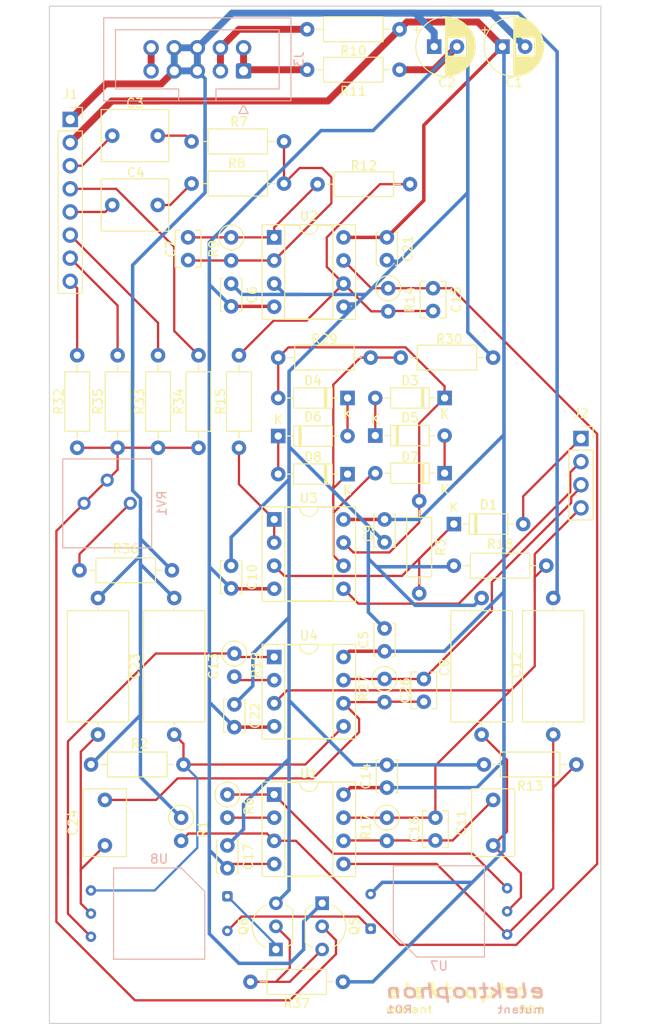
<source format=kicad_pcb>
(kicad_pcb (version 20171130) (host pcbnew 5.1.7-a382d34a8~87~ubuntu20.04.1)
  (title_block (title mutant) (date 2020-10-25) (rev 01) (comment 1 "PCB for main circuit") (comment 2 "low pass filter") (comment 4 "License CC BY 4.0 - Attribution 4.0 International"))
  (layers (0 F.Cu signal) (31 B.Cu signal) (34 B.Paste user) (35 F.Paste user) (36 B.SilkS user) (37 F.SilkS user) (38 B.Mask user) (39 F.Mask user) (44 Edge.Cuts user))
  (net 0 "")
  (net 1 GND)
  (net 2 -15V)
  (net 3 +15V)
  (net 4 "Net-(D1-Pad1)")
  (net 5 "Net-(D5-Pad2)")
  (net 6 "Net-(D6-Pad1)")
  (net 7 +5V)
  (net 8 IN_2)
  (net 9 IN_1)
  (net 10 "Net-(R36-Pad1)")
  (net 11 "Net-(C15-Pad2)")
  (net 12 "Net-(C3-Pad1)")
  (net 13 "Net-(C4-Pad1)")
  (net 14 "Net-(C7-Pad2)")
  (net 15 "Net-(C7-Pad1)")
  (net 16 /V1b)
  (net 17 "Net-(C11-Pad2)")
  (net 18 /V1c)
  (net 19 "Net-(C15-Pad1)")
  (net 20 OUT_A)
  (net 21 /V2b)
  (net 22 "Net-(C24-Pad2)")
  (net 23 /V2c)
  (net 24 OUT_B)
  (net 25 CLIP)
  (net 26 "Net-(D3-Pad2)")
  (net 27 "Net-(D4-Pad1)")
  (net 28 "Net-(D7-Pad2)")
  (net 29 RES)
  (net 30 CV)
  (net 31 FREQ)
  (net 32 V_OCT)
  (net 33 "Net-(Q5-Pad3)")
  (net 34 "Net-(Q5-Pad2)")
  (net 35 "Net-(Q6-Pad1)")
  (net 36 "Net-(R6-Pad2)")
  (net 37 "Net-(R15-Pad1)")
  (net 38 "Net-(R19-Pad2)")
  (net 39 /V1a)
  (net 40 /V2a)
  (net 41 "Net-(U7-Pad1)")
  (net 42 VP)
  (net 43 VN)
  (net 44 CV2)
  (net 45 "Net-(D3-Pad1)")
  (module Resistor_THT:R_Axial_DIN0207_L6.3mm_D2.5mm_P10.16mm_Horizontal (layer F.Cu) (at 66.04 79.756 270)
    (fp_text reference R3 (at 5.08 -2.37 90) (layer F.SilkS))
    (fp_text value 100k)
    (pad 2 thru_hole oval (at 10.16 0 270) (size 1.6 1.6) (drill 0.8) (layers *.Cu *.Mask) (net 4 "Net-(D1-Pad1)"))
    (pad 1 thru_hole circle (at 0 0 270) (size 1.6 1.6) (drill 0.8) (layers *.Cu *.Mask) (net 45 "Net-(D3-Pad1)"))
  )
  (module Resistor_THT:R_Axial_DIN0207_L6.3mm_D2.5mm_P10.16mm_Horizontal (layer F.Cu) (at 57.658 132.588 180)
    (fp_text reference R37 (at 5.08 -2.37) (layer F.SilkS))
    (fp_text value 1Meg)
    (pad 2 thru_hole oval (at 10.16 0 180) (size 1.6 1.6) (drill 0.8) (layers *.Cu *.Mask) (net 33 "Net-(Q5-Pad3)"))
    (pad 1 thru_hole circle (at 0 0 180) (size 1.6 1.6) (drill 0.8) (layers *.Cu *.Mask) (net 3 +15V))
  )
  (module Connector_PinSocket_2.54mm:PinSocket_1x08_P2.54mm_Vertical (layer F.Cu) (at 27.686 37.846)
    (fp_text reference J1 (at 0 -2.77) (layer F.SilkS))
    (fp_text value Conn_01x08_Female)
    (pad 8 thru_hole oval (at 0 17.78) (size 1.7 1.7) (drill 1) (layers *.Cu *.Mask) (net 44 CV2))
    (pad 7 thru_hole oval (at 0 15.24) (size 1.7 1.7) (drill 1) (layers *.Cu *.Mask) (net 30 CV))
    (pad 6 thru_hole oval (at 0 12.7) (size 1.7 1.7) (drill 1) (layers *.Cu *.Mask) (net 32 V_OCT))
    (pad 5 thru_hole oval (at 0 10.16) (size 1.7 1.7) (drill 1) (layers *.Cu *.Mask) (net 8 IN_2))
    (pad 4 thru_hole oval (at 0 7.62) (size 1.7 1.7) (drill 1) (layers *.Cu *.Mask) (net 31 FREQ))
    (pad 3 thru_hole oval (at 0 5.08) (size 1.7 1.7) (drill 1) (layers *.Cu *.Mask) (net 9 IN_1))
    (pad 2 thru_hole oval (at 0 2.54) (size 1.7 1.7) (drill 1) (layers *.Cu *.Mask) (net 3 +15V))
    (pad 1 thru_hole rect (at 0 0) (size 1.7 1.7) (drill 1) (layers *.Cu *.Mask) (net 1 GND))
  )
  (module Package_TO_SOT_THT:TO-92_Inline_Wide (layer F.Cu) (at 50.292 129.032 90)
    (fp_text reference Q6 (at 2.54 -3.56 90) (layer F.SilkS))
    (fp_text value BC547)
    (pad 1 thru_hole rect (at 0 0 90) (size 1.5 1.5) (drill 0.8) (layers *.Cu *.Mask) (net 35 "Net-(Q6-Pad1)"))
    (pad 3 thru_hole circle (at 5.08 0 90) (size 1.5 1.5) (drill 0.8) (layers *.Cu *.Mask) (net 1 GND))
    (pad 2 thru_hole circle (at 2.54 0 90) (size 1.5 1.5) (drill 0.8) (layers *.Cu *.Mask) (net 33 "Net-(Q5-Pad3)"))
  )
  (module Package_TO_SOT_THT:TO-92_Inline_Wide (layer F.Cu) (at 55.372 123.952 270)
    (fp_text reference Q5 (at 2.54 -3.56 90) (layer F.SilkS))
    (fp_text value BC557)
    (pad 1 thru_hole rect (at 0 0 270) (size 1.5 1.5) (drill 0.8) (layers *.Cu *.Mask) (net 2 -15V))
    (pad 3 thru_hole circle (at 5.08 0 270) (size 1.5 1.5) (drill 0.8) (layers *.Cu *.Mask) (net 33 "Net-(Q5-Pad3)"))
    (pad 2 thru_hole circle (at 2.54 0 270) (size 1.5 1.5) (drill 0.8) (layers *.Cu *.Mask) (net 34 "Net-(Q5-Pad2)"))
  )
  (module Connector_PinSocket_2.54mm:PinSocket_1x04_P2.54mm_Vertical (layer F.Cu) (at 83.82 72.898)
    (fp_text reference J2 (at 0 -2.77) (layer F.SilkS))
    (fp_text value Conn_01x04_Female)
    (pad 4 thru_hole oval (at 0 7.62) (size 1.7 1.7) (drill 1) (layers *.Cu *.Mask) (net 20 OUT_A))
    (pad 3 thru_hole oval (at 0 5.08) (size 1.7 1.7) (drill 1) (layers *.Cu *.Mask) (net 24 OUT_B))
    (pad 2 thru_hole oval (at 0 2.54) (size 1.7 1.7) (drill 1) (layers *.Cu *.Mask) (net 29 RES))
    (pad 1 thru_hole rect (at 0 0) (size 1.7 1.7) (drill 1) (layers *.Cu *.Mask) (net 25 CLIP))
  )
  (module Resistor_THT:R_Axial_DIN0207_L6.3mm_D2.5mm_P2.54mm_Vertical (layer F.Cu) (at 39.878 114.554 270)
    (fp_text reference R1 (at 1.27 -2.37 90) (layer F.SilkS))
    (fp_text value 100k)
    (pad 2 thru_hole oval (at 2.54 0 270) (size 1.6 1.6) (drill 0.8) (layers *.Cu *.Mask) (net 19 "Net-(C15-Pad1)"))
    (pad 1 thru_hole circle (at 0 0 270) (size 1.6 1.6) (drill 0.8) (layers *.Cu *.Mask) (net 1 GND))
  )
  (module Package_DIP:DIP-8_W7.62mm_Socket (layer F.Cu) (at 50.102 96.901)
    (fp_text reference U4 (at 3.81 -2.33) (layer F.SilkS))
    (fp_text value TL072)
    (pad 8 thru_hole oval (at 7.62 0) (size 1.6 1.6) (drill 0.8) (layers *.Cu *.Mask) (net 3 +15V))
    (pad 4 thru_hole oval (at 0 7.62) (size 1.6 1.6) (drill 0.8) (layers *.Cu *.Mask) (net 2 -15V))
    (pad 7 thru_hole oval (at 7.62 2.54) (size 1.6 1.6) (drill 0.8) (layers *.Cu *.Mask) (net 24 OUT_B))
    (pad 3 thru_hole oval (at 0 5.08) (size 1.6 1.6) (drill 0.8) (layers *.Cu *.Mask) (net 20 OUT_A))
    (pad 6 thru_hole oval (at 7.62 5.08) (size 1.6 1.6) (drill 0.8) (layers *.Cu *.Mask) (net 22 "Net-(C24-Pad2)"))
    (pad 2 thru_hole oval (at 0 2.54) (size 1.6 1.6) (drill 0.8) (layers *.Cu *.Mask) (net 38 "Net-(R19-Pad2)"))
    (pad 5 thru_hole oval (at 7.62 7.62) (size 1.6 1.6) (drill 0.8) (layers *.Cu *.Mask) (net 23 /V2c))
    (pad 1 thru_hole rect (at 0 0) (size 1.6 1.6) (drill 0.8) (layers *.Cu *.Mask) (net 40 /V2a))
  )
  (module Package_DIP:DIP-8_W7.62mm_Socket (layer F.Cu) (at 50.102 112.014)
    (fp_text reference U1 (at 3.81 -2.33) (layer F.SilkS))
    (fp_text value TL072)
    (pad 8 thru_hole oval (at 7.62 0) (size 1.6 1.6) (drill 0.8) (layers *.Cu *.Mask) (net 3 +15V))
    (pad 4 thru_hole oval (at 0 7.62) (size 1.6 1.6) (drill 0.8) (layers *.Cu *.Mask) (net 2 -15V))
    (pad 7 thru_hole oval (at 7.62 2.54) (size 1.6 1.6) (drill 0.8) (layers *.Cu *.Mask) (net 20 OUT_A))
    (pad 3 thru_hole oval (at 0 5.08) (size 1.6 1.6) (drill 0.8) (layers *.Cu *.Mask) (net 19 "Net-(C15-Pad1)"))
    (pad 6 thru_hole oval (at 7.62 5.08) (size 1.6 1.6) (drill 0.8) (layers *.Cu *.Mask) (net 17 "Net-(C11-Pad2)"))
    (pad 2 thru_hole oval (at 0 2.54) (size 1.6 1.6) (drill 0.8) (layers *.Cu *.Mask) (net 36 "Net-(R6-Pad2)"))
    (pad 5 thru_hole oval (at 7.62 7.62) (size 1.6 1.6) (drill 0.8) (layers *.Cu *.Mask) (net 18 /V1c))
    (pad 1 thru_hole rect (at 0 0) (size 1.6 1.6) (drill 0.8) (layers *.Cu *.Mask) (net 39 /V1a))
  )
  (module Capacitor_THT:C_Disc_D3.4mm_W2.1mm_P2.50mm (layer F.Cu) (at 44.958 117.602 270)
    (fp_text reference C17 (at 1.25 -2.3 90) (layer F.SilkS))
    (fp_text value 0.1u)
    (pad 2 thru_hole circle (at 2.5 0 270) (size 1.6 1.6) (drill 0.8) (layers *.Cu *.Mask) (net 2 -15V))
    (pad 1 thru_hole circle (at 0 0 270) (size 1.6 1.6) (drill 0.8) (layers *.Cu *.Mask) (net 1 GND))
  )
  (module Capacitor_THT:C_Disc_D3.4mm_W2.1mm_P2.50mm (layer F.Cu) (at 62.484 111.252 90)
    (fp_text reference C14 (at 1.25 -2.3 90) (layer F.SilkS))
    (fp_text value 0.1u)
    (pad 2 thru_hole circle (at 2.5 0 90) (size 1.6 1.6) (drill 0.8) (layers *.Cu *.Mask) (net 1 GND))
    (pad 1 thru_hole circle (at 0 0 90) (size 1.6 1.6) (drill 0.8) (layers *.Cu *.Mask) (net 3 +15V))
  )
  (module Potentiometer_THT:Potentiometer_Bourns_3386P_Vertical (layer B.Cu) (at 29.21 80.01 90)
    (fp_text reference RV1 (at -0.015 8.555 90) (layer B.SilkS) (effects (justify mirror)))
    (fp_text value 1k)
    (pad 1 thru_hole circle (at 0 0 90) (size 1.44 1.44) (drill 0.8) (layers *.Cu *.Mask) (net 34 "Net-(Q5-Pad2)"))
    (pad 2 thru_hole circle (at 2.54 2.54 90) (size 1.44 1.44) (drill 0.8) (layers *.Cu *.Mask) (net 34 "Net-(Q5-Pad2)"))
    (pad 3 thru_hole circle (at 0 5.08 90) (size 1.44 1.44) (drill 0.8) (layers *.Cu *.Mask) (net 10 "Net-(R36-Pad1)"))
  )
  (module Resistor_THT:R_Axial_DIN0207_L6.3mm_D2.5mm_P10.16mm_Horizontal (layer F.Cu) (at 46.228 73.914 90)
    (fp_text reference R15 (at 5.08 -2.032 90) (layer F.SilkS))
    (fp_text value 100k)
    (pad 2 thru_hole oval (at 10.16 0 90) (size 1.6 1.6) (drill 0.8) (layers *.Cu *.Mask) (net 11 "Net-(C15-Pad2)"))
    (pad 1 thru_hole circle (at 0 0 90) (size 1.6 1.6) (drill 0.8) (layers *.Cu *.Mask) (net 37 "Net-(R15-Pad1)"))
  )
  (module Resistor_THT:R_Axial_DIN0207_L6.3mm_D2.5mm_P10.16mm_Horizontal (layer F.Cu) (at 63.881 32.385 180)
    (fp_text reference R11 (at 5.08 -2.37) (layer F.SilkS))
    (fp_text value 10)
    (pad 2 thru_hole oval (at 10.16 0 180) (size 1.6 1.6) (drill 0.8) (layers *.Cu *.Mask) (net 43 VN))
    (pad 1 thru_hole circle (at 0 0 180) (size 1.6 1.6) (drill 0.8) (layers *.Cu *.Mask) (net 2 -15V))
  )
  (module Resistor_THT:R_Axial_DIN0207_L6.3mm_D2.5mm_P10.16mm_Horizontal (layer F.Cu) (at 63.881 27.94 180)
    (fp_text reference R10 (at 5.08 -2.37) (layer F.SilkS))
    (fp_text value 10)
    (pad 2 thru_hole oval (at 10.16 0 180) (size 1.6 1.6) (drill 0.8) (layers *.Cu *.Mask) (net 42 VP))
    (pad 1 thru_hole circle (at 0 0 180) (size 1.6 1.6) (drill 0.8) (layers *.Cu *.Mask) (net 3 +15V))
  )
  (module Package_DIP:DIP-8_W7.62mm_Socket (layer F.Cu) (at 50.102 81.788)
    (fp_text reference U3 (at 3.81 -2.33) (layer F.SilkS))
    (fp_text value TL072)
    (pad 8 thru_hole oval (at 7.62 0) (size 1.6 1.6) (drill 0.8) (layers *.Cu *.Mask) (net 3 +15V))
    (pad 4 thru_hole oval (at 0 7.62) (size 1.6 1.6) (drill 0.8) (layers *.Cu *.Mask) (net 2 -15V))
    (pad 7 thru_hole oval (at 7.62 2.54) (size 1.6 1.6) (drill 0.8) (layers *.Cu *.Mask) (net 45 "Net-(D3-Pad1)"))
    (pad 3 thru_hole oval (at 0 5.08) (size 1.6 1.6) (drill 0.8) (layers *.Cu *.Mask) (net 4 "Net-(D1-Pad1)"))
    (pad 6 thru_hole oval (at 7.62 5.08) (size 1.6 1.6) (drill 0.8) (layers *.Cu *.Mask) (net 28 "Net-(D7-Pad2)"))
    (pad 2 thru_hole oval (at 0 2.54) (size 1.6 1.6) (drill 0.8) (layers *.Cu *.Mask) (net 37 "Net-(R15-Pad1)"))
    (pad 5 thru_hole oval (at 7.62 7.62) (size 1.6 1.6) (drill 0.8) (layers *.Cu *.Mask) (net 29 RES))
    (pad 1 thru_hole rect (at 0 0) (size 1.6 1.6) (drill 0.8) (layers *.Cu *.Mask) (net 37 "Net-(R15-Pad1)"))
  )
  (module Package_DIP:DIP-8_W7.62mm_Socket (layer F.Cu) (at 50.102 50.8)
    (fp_text reference U2 (at 3.81 -2.33) (layer F.SilkS))
    (fp_text value TL072)
    (pad 8 thru_hole oval (at 7.62 0) (size 1.6 1.6) (drill 0.8) (layers *.Cu *.Mask) (net 3 +15V))
    (pad 4 thru_hole oval (at 0 7.62) (size 1.6 1.6) (drill 0.8) (layers *.Cu *.Mask) (net 2 -15V))
    (pad 7 thru_hole oval (at 7.62 2.54) (size 1.6 1.6) (drill 0.8) (layers *.Cu *.Mask) (net 19 "Net-(C15-Pad1)"))
    (pad 3 thru_hole oval (at 0 5.08) (size 1.6 1.6) (drill 0.8) (layers *.Cu *.Mask) (net 1 GND))
    (pad 6 thru_hole oval (at 7.62 5.08) (size 1.6 1.6) (drill 0.8) (layers *.Cu *.Mask) (net 11 "Net-(C15-Pad2)"))
    (pad 2 thru_hole oval (at 0 2.54) (size 1.6 1.6) (drill 0.8) (layers *.Cu *.Mask) (net 14 "Net-(C7-Pad2)"))
    (pad 5 thru_hole oval (at 7.62 7.62) (size 1.6 1.6) (drill 0.8) (layers *.Cu *.Mask) (net 1 GND))
    (pad 1 thru_hole rect (at 0 0) (size 1.6 1.6) (drill 0.8) (layers *.Cu *.Mask) (net 15 "Net-(C7-Pad1)"))
  )
  (module Capacitor_THT:C_Disc_D3.4mm_W2.1mm_P2.50mm (layer F.Cu) (at 45.371 86.868 270)
    (fp_text reference C10 (at 1.25 -2.3 90) (layer F.SilkS))
    (fp_text value 0.1u)
    (pad 2 thru_hole circle (at 2.5 0 270) (size 1.6 1.6) (drill 0.8) (layers *.Cu *.Mask) (net 2 -15V))
    (pad 1 thru_hole circle (at 0 0 270) (size 1.6 1.6) (drill 0.8) (layers *.Cu *.Mask) (net 1 GND))
  )
  (module Capacitor_THT:C_Disc_D3.4mm_W2.1mm_P2.50mm (layer F.Cu) (at 62.23 81.788 270)
    (fp_text reference C9 (at 1.524 1.778 90) (layer F.SilkS))
    (fp_text value 0.1u)
    (pad 2 thru_hole circle (at 2.5 0 270) (size 1.6 1.6) (drill 0.8) (layers *.Cu *.Mask) (net 1 GND))
    (pad 1 thru_hole circle (at 0 0 270) (size 1.6 1.6) (drill 0.8) (layers *.Cu *.Mask) (net 3 +15V))
  )
  (module Resistor_THT:R_Axial_DIN0207_L6.3mm_D2.5mm_P10.16mm_Horizontal (layer F.Cu) (at 40.132 108.712 180)
    (fp_text reference R2 (at 4.826 2.286) (layer F.SilkS))
    (fp_text value 4.7M)
    (pad 2 thru_hole oval (at 10.16 0 180) (size 1.6 1.6) (drill 0.8) (layers *.Cu *.Mask) (net 1 GND))
    (pad 1 thru_hole circle (at 0 0 180) (size 1.6 1.6) (drill 0.8) (layers *.Cu *.Mask) (net 23 /V2c))
  )
  (module Capacitor_THT:C_Axial_L12.0mm_D6.5mm_P15.00mm_Horizontal (layer F.Cu) (at 39.116 90.424 270)
    (fp_text reference C13 (at 7.5 -4.318 90) (layer F.SilkS))
    (fp_text value 1000p)
    (pad 2 thru_hole oval (at 15 0 270) (size 1.6 1.6) (drill 0.8) (layers *.Cu *.Mask) (net 23 /V2c))
    (pad 1 thru_hole circle (at 0 0 270) (size 1.6 1.6) (drill 0.8) (layers *.Cu *.Mask) (net 1 GND))
  )
  (module Capacitor_THT:C_Disc_D3.8mm_W2.6mm_P2.50mm (layer F.Cu) (at 67.818 114.554 270)
    (fp_text reference C16 (at 1.25 2.286 90) (layer F.SilkS))
    (fp_text value 47p)
    (pad 2 thru_hole circle (at 2.5 0 270) (size 1.6 1.6) (drill 0.8) (layers *.Cu *.Mask) (net 17 "Net-(C11-Pad2)"))
    (pad 1 thru_hole circle (at 0 0 270) (size 1.6 1.6) (drill 0.8) (layers *.Cu *.Mask) (net 20 OUT_A))
  )
  (module Capacitor_THT:C_Disc_D3.8mm_W2.6mm_P2.50mm (layer F.Cu) (at 67.564 56.388 270)
    (fp_text reference C15 (at 1.25 -2.55 90) (layer F.SilkS))
    (fp_text value 47p)
    (pad 2 thru_hole circle (at 2.5 0 270) (size 1.6 1.6) (drill 0.8) (layers *.Cu *.Mask) (net 11 "Net-(C15-Pad2)"))
    (pad 1 thru_hole circle (at 0 0 270) (size 1.6 1.6) (drill 0.8) (layers *.Cu *.Mask) (net 19 "Net-(C15-Pad1)"))
  )
  (module Capacitor_THT:C_Disc_D3.8mm_W2.6mm_P2.50mm (layer F.Cu) (at 66.548 99.314 270)
    (fp_text reference C26 (at 1.27 2.032 90) (layer F.SilkS))
    (fp_text value 47p)
    (pad 2 thru_hole circle (at 2.5 0 270) (size 1.6 1.6) (drill 0.8) (layers *.Cu *.Mask) (net 22 "Net-(C24-Pad2)"))
    (pad 1 thru_hole circle (at 0 0 270) (size 1.6 1.6) (drill 0.8) (layers *.Cu *.Mask) (net 24 OUT_B))
  )
  (module Capacitor_THT:C_Disc_D3.8mm_W2.6mm_P2.50mm (layer F.Cu) (at 40.64 50.8 270)
    (fp_text reference C7 (at 1.27 1.905 90) (layer F.SilkS))
    (fp_text value 47p)
    (pad 2 thru_hole circle (at 2.5 0 270) (size 1.6 1.6) (drill 0.8) (layers *.Cu *.Mask) (net 14 "Net-(C7-Pad2)"))
    (pad 1 thru_hole circle (at 0 0 270) (size 1.6 1.6) (drill 0.8) (layers *.Cu *.Mask) (net 15 "Net-(C7-Pad1)"))
  )
  (module Capacitor_THT:CP_Radial_D6.3mm_P2.50mm (layer F.Cu) (at 67.691 29.845)
    (fp_text reference C2 (at 1.397 3.937) (layer F.SilkS))
    (fp_text value 22u)
    (pad 2 thru_hole circle (at 2.5 0) (size 1.6 1.6) (drill 0.8) (layers *.Cu *.Mask) (net 2 -15V))
    (pad 1 thru_hole rect (at 0 0) (size 1.6 1.6) (drill 0.8) (layers *.Cu *.Mask) (net 1 GND))
  )
  (module Capacitor_THT:CP_Radial_D6.3mm_P2.50mm (layer F.Cu) (at 75.184 29.845)
    (fp_text reference C1 (at 1.27 3.937) (layer F.SilkS))
    (fp_text value 22u)
    (pad 2 thru_hole circle (at 2.5 0) (size 1.6 1.6) (drill 0.8) (layers *.Cu *.Mask) (net 1 GND))
    (pad 1 thru_hole rect (at 0 0) (size 1.6 1.6) (drill 0.8) (layers *.Cu *.Mask) (net 3 +15V))
  )
  (module Resistor_THT:R_Axial_DIN0207_L6.3mm_D2.5mm_P2.54mm_Vertical (layer F.Cu) (at 45.72 96.52 270)
    (fp_text reference R19 (at 1.27 -2.37 90) (layer F.SilkS))
    (fp_text value 15k)
    (pad 2 thru_hole oval (at 2.54 0 270) (size 1.6 1.6) (drill 0.8) (layers *.Cu *.Mask) (net 38 "Net-(R19-Pad2)"))
    (pad 1 thru_hole circle (at 0 0 270) (size 1.6 1.6) (drill 0.8) (layers *.Cu *.Mask) (net 40 /V2a))
  )
  (module Resistor_THT:R_Axial_DIN0207_L6.3mm_D2.5mm_P2.54mm_Vertical (layer F.Cu) (at 62.23 99.314 270)
    (fp_text reference R27 (at 1.016 2.286 90) (layer F.SilkS))
    (fp_text value 10k)
    (pad 2 thru_hole oval (at 2.54 0 270) (size 1.6 1.6) (drill 0.8) (layers *.Cu *.Mask) (net 22 "Net-(C24-Pad2)"))
    (pad 1 thru_hole circle (at 0 0 270) (size 1.6 1.6) (drill 0.8) (layers *.Cu *.Mask) (net 24 OUT_B))
  )
  (module Resistor_THT:R_Axial_DIN0207_L6.3mm_D2.5mm_P2.54mm_Vertical (layer F.Cu) (at 62.484 114.554 270)
    (fp_text reference R17 (at 1.016 2.286 90) (layer F.SilkS))
    (fp_text value 10k)
    (pad 2 thru_hole oval (at 2.54 0 270) (size 1.6 1.6) (drill 0.8) (layers *.Cu *.Mask) (net 17 "Net-(C11-Pad2)"))
    (pad 1 thru_hole circle (at 0 0 270) (size 1.6 1.6) (drill 0.8) (layers *.Cu *.Mask) (net 20 OUT_A))
  )
  (module Resistor_THT:R_Axial_DIN0207_L6.3mm_D2.5mm_P2.54mm_Vertical (layer F.Cu) (at 44.958 112.014 270)
    (fp_text reference R6 (at 1.27 -2.37 90) (layer F.SilkS))
    (fp_text value 15k)
    (pad 2 thru_hole oval (at 2.54 0 270) (size 1.6 1.6) (drill 0.8) (layers *.Cu *.Mask) (net 36 "Net-(R6-Pad2)"))
    (pad 1 thru_hole circle (at 0 0 270) (size 1.6 1.6) (drill 0.8) (layers *.Cu *.Mask) (net 39 /V1a))
  )
  (module Capacitor_THT:C_Disc_D3.4mm_W2.1mm_P2.50mm (layer F.Cu) (at 45.72 102.108 270)
    (fp_text reference C22 (at 1.25 -2.3 90) (layer F.SilkS))
    (fp_text value 0.1u)
    (pad 2 thru_hole circle (at 2.5 0 270) (size 1.6 1.6) (drill 0.8) (layers *.Cu *.Mask) (net 2 -15V))
    (pad 1 thru_hole circle (at 0 0 270) (size 1.6 1.6) (drill 0.8) (layers *.Cu *.Mask) (net 1 GND))
  )
  (module Capacitor_THT:C_Disc_D3.4mm_W2.1mm_P2.50mm (layer F.Cu) (at 62.484 50.8 270)
    (fp_text reference C21 (at 1.25 -2.3 90) (layer F.SilkS))
    (fp_text value 0.1u)
    (pad 2 thru_hole circle (at 2.5 0 270) (size 1.6 1.6) (drill 0.8) (layers *.Cu *.Mask) (net 1 GND))
    (pad 1 thru_hole circle (at 0 0 270) (size 1.6 1.6) (drill 0.8) (layers *.Cu *.Mask) (net 3 +15V))
  )
  (module Capacitor_THT:C_Disc_D3.4mm_W2.1mm_P2.50mm (layer F.Cu) (at 45.371 55.88 270)
    (fp_text reference C6 (at 1.25 -2.3 90) (layer F.SilkS))
    (fp_text value 0.1u)
    (pad 2 thru_hole circle (at 2.5 0 270) (size 1.6 1.6) (drill 0.8) (layers *.Cu *.Mask) (net 2 -15V))
    (pad 1 thru_hole circle (at 0 0 270) (size 1.6 1.6) (drill 0.8) (layers *.Cu *.Mask) (net 1 GND))
  )
  (module Capacitor_THT:C_Disc_D3.4mm_W2.1mm_P2.50mm (layer F.Cu) (at 62.23 96.266 90)
    (fp_text reference C5 (at 1.25 -2.3 90) (layer F.SilkS))
    (fp_text value 0.1u)
    (pad 2 thru_hole circle (at 2.5 0 90) (size 1.6 1.6) (drill 0.8) (layers *.Cu *.Mask) (net 1 GND))
    (pad 1 thru_hole circle (at 0 0 90) (size 1.6 1.6) (drill 0.8) (layers *.Cu *.Mask) (net 3 +15V))
  )
  (module Connector_IDC:IDC-Header_2x05_P2.54mm_Vertical (layer B.Cu) (at 46.736 32.512 90)
    (fp_text reference J3 (at 1.27 6.1 270) (layer B.SilkS) (effects (justify mirror)))
    (fp_text value "IDC Header")
    (pad 10 thru_hole circle (at 2.54 -10.16 90) (size 1.7 1.7) (drill 1) (layers *.Cu *.Mask) (net 7 +5V))
    (pad 8 thru_hole circle (at 2.54 -7.62 90) (size 1.7 1.7) (drill 1) (layers *.Cu *.Mask) (net 1 GND))
    (pad 6 thru_hole circle (at 2.54 -5.08 90) (size 1.7 1.7) (drill 1) (layers *.Cu *.Mask) (net 1 GND))
    (pad 4 thru_hole circle (at 2.54 -2.54 90) (size 1.7 1.7) (drill 1) (layers *.Cu *.Mask) (net 42 VP))
    (pad 2 thru_hole circle (at 2.54 0 90) (size 1.7 1.7) (drill 1) (layers *.Cu *.Mask) (net 43 VN))
    (pad 9 thru_hole circle (at 0 -10.16 90) (size 1.7 1.7) (drill 1) (layers *.Cu *.Mask) (net 7 +5V))
    (pad 7 thru_hole circle (at 0 -7.62 90) (size 1.7 1.7) (drill 1) (layers *.Cu *.Mask) (net 1 GND))
    (pad 5 thru_hole circle (at 0 -5.08 90) (size 1.7 1.7) (drill 1) (layers *.Cu *.Mask) (net 1 GND))
    (pad 3 thru_hole circle (at 0 -2.54 90) (size 1.7 1.7) (drill 1) (layers *.Cu *.Mask) (net 42 VP))
    (pad 1 thru_hole roundrect (at 0 0 90) (size 1.7 1.7) (drill 1) (layers *.Cu *.Mask) (roundrect_rratio 0.147059) (net 43 VN))
  )
  (module Resistor_THT:R_Axial_DIN0207_L6.3mm_D2.5mm_P2.54mm_Vertical (layer F.Cu) (at 62.633 56.388 270)
    (fp_text reference R14 (at 1.27 -2.37 90) (layer F.SilkS))
    (fp_text value 100k)
    (pad 2 thru_hole oval (at 2.54 0 270) (size 1.6 1.6) (drill 0.8) (layers *.Cu *.Mask) (net 11 "Net-(C15-Pad2)"))
    (pad 1 thru_hole circle (at 0 0 270) (size 1.6 1.6) (drill 0.8) (layers *.Cu *.Mask) (net 19 "Net-(C15-Pad1)"))
  )
  (module Resistor_THT:R_Axial_DIN0207_L6.3mm_D2.5mm_P2.54mm_Vertical (layer F.Cu) (at 45.371 50.8 270)
    (fp_text reference R9 (at 1.27 1.905 90) (layer F.SilkS))
    (fp_text value 100k)
    (pad 2 thru_hole oval (at 2.54 0 270) (size 1.6 1.6) (drill 0.8) (layers *.Cu *.Mask) (net 14 "Net-(C7-Pad2)"))
    (pad 1 thru_hole circle (at 0 0 270) (size 1.6 1.6) (drill 0.8) (layers *.Cu *.Mask) (net 15 "Net-(C7-Pad1)"))
  )
  (module Capacitor_THT:C_Rect_L7.2mm_W4.5mm_P5.00mm_FKS2_FKP2_MKS2_MKP2 (layer F.Cu) (at 31.496 117.602 90)
    (fp_text reference C24 (at 2.5 -3.5 90) (layer F.SilkS))
    (fp_text value 4700p)
    (pad 2 thru_hole circle (at 5 0 90) (size 1.6 1.6) (drill 0.8) (layers *.Cu *.Mask) (net 22 "Net-(C24-Pad2)"))
    (pad 1 thru_hole circle (at 0 0 90) (size 1.6 1.6) (drill 0.8) (layers *.Cu *.Mask) (net 21 /V2b))
  )
  (module Capacitor_THT:C_Axial_L12.0mm_D6.5mm_P15.00mm_Horizontal (layer F.Cu) (at 30.734 90.424 270)
    (fp_text reference C23 (at 7.5 -4.064 90) (layer F.SilkS))
    (fp_text value 220p)
    (pad 2 thru_hole oval (at 15 0 270) (size 1.6 1.6) (drill 0.8) (layers *.Cu *.Mask) (net 21 /V2b))
    (pad 1 thru_hole circle (at 0 0 270) (size 1.6 1.6) (drill 0.8) (layers *.Cu *.Mask) (net 1 GND))
  )
  (module Capacitor_THT:C_Rect_L7.2mm_W4.5mm_P5.00mm_FKS2_FKP2_MKS2_MKP2 (layer F.Cu) (at 74.168 117.602 90)
    (fp_text reference C11 (at 2.5 -3.5 90) (layer F.SilkS))
    (fp_text value 4700p)
    (pad 2 thru_hole circle (at 5 0 90) (size 1.6 1.6) (drill 0.8) (layers *.Cu *.Mask) (net 17 "Net-(C11-Pad2)"))
    (pad 1 thru_hole circle (at 0 0 90) (size 1.6 1.6) (drill 0.8) (layers *.Cu *.Mask) (net 16 /V1b))
  )
  (module Capacitor_THT:C_Axial_L12.0mm_D6.5mm_P15.00mm_Horizontal (layer F.Cu) (at 72.898 90.424 270)
    (fp_text reference C8 (at 7.62 4.064 90) (layer F.SilkS))
    (fp_text value 220p)
    (pad 2 thru_hole oval (at 15 0 270) (size 1.6 1.6) (drill 0.8) (layers *.Cu *.Mask) (net 16 /V1b))
    (pad 1 thru_hole circle (at 0 0 270) (size 1.6 1.6) (drill 0.8) (layers *.Cu *.Mask) (net 1 GND))
  )
  (module Capacitor_THT:C_Rect_L7.2mm_W5.5mm_P5.00mm_FKS2_FKP2_MKS2_MKP2 (layer F.Cu) (at 37.304 47.244 180)
    (fp_text reference C4 (at 2.413 3.556) (layer F.SilkS))
    (fp_text value "1u (NP)")
    (pad 2 thru_hole circle (at 5 0 180) (size 1.6 1.6) (drill 0.8) (layers *.Cu *.Mask) (net 8 IN_2))
    (pad 1 thru_hole circle (at 0 0 180) (size 1.6 1.6) (drill 0.8) (layers *.Cu *.Mask) (net 13 "Net-(C4-Pad1)"))
  )
  (module Capacitor_THT:C_Rect_L7.2mm_W5.5mm_P5.00mm_FKS2_FKP2_MKS2_MKP2 (layer F.Cu) (at 37.304 39.624 180)
    (fp_text reference C3 (at 2.5 3.556) (layer F.SilkS))
    (fp_text value "1u (NP)")
    (pad 2 thru_hole circle (at 5 0 180) (size 1.6 1.6) (drill 0.8) (layers *.Cu *.Mask) (net 9 IN_1))
    (pad 1 thru_hole circle (at 0 0 180) (size 1.6 1.6) (drill 0.8) (layers *.Cu *.Mask) (net 12 "Net-(C3-Pad1)"))
  )
  (module OptoDevice:PerkinElmer_VTL5Cx2 (layer B.Cu) (at 44.958 123.19 180)
    (fp_text reference U8 (at 7.5 4.1) (layer B.SilkS) (effects (justify mirror)))
    (fp_text value VTL5Cx2)
    (pad 4 thru_hole circle (at 15 -1.9 180) (size 1.15 1.15) (drill 0.55) (layers *.Cu *.Mask) (net 21 /V2b))
    (pad 2 thru_hole circle (at 0 -3.8 180) (size 1.15 1.15) (drill 0.55) (layers *.Cu *.Mask) (net 41 "Net-(U7-Pad1)"))
    (pad 5 thru_hole circle (at 15 -4.44 180) (size 1.15 1.15) (drill 0.55) (layers *.Cu *.Mask) (net 40 /V2a))
    (pad 3 thru_hole circle (at 15 0.64 180) (size 1.15 1.15) (drill 0.55) (layers *.Cu *.Mask) (net 23 /V2c))
    (pad 1 thru_hole roundrect (at 0 0 180) (size 1.15 1.15) (drill 0.55) (layers *.Cu *.Mask) (net 35 "Net-(Q6-Pad1)"))
  )
  (module OptoDevice:PerkinElmer_VTL5Cx2 (layer B.Cu) (at 60.706 126.746)
    (fp_text reference U7 (at 7.5 4.1) (layer B.SilkS) (effects (justify mirror)))
    (fp_text value VTL5Cx2)
    (pad 4 thru_hole circle (at 15 -1.9) (size 1.15 1.15) (drill 0.55) (layers *.Cu *.Mask) (net 16 /V1b))
    (pad 2 thru_hole circle (at 0 -3.8) (size 1.15 1.15) (drill 0.55) (layers *.Cu *.Mask) (net 3 +15V))
    (pad 5 thru_hole circle (at 15 -4.44) (size 1.15 1.15) (drill 0.55) (layers *.Cu *.Mask) (net 39 /V1a))
    (pad 3 thru_hole circle (at 15 0.64) (size 1.15 1.15) (drill 0.55) (layers *.Cu *.Mask) (net 18 /V1c))
    (pad 1 thru_hole roundrect (at 0 0) (size 1.15 1.15) (drill 0.55) (layers *.Cu *.Mask) (net 41 "Net-(U7-Pad1)"))
  )
  (module Resistor_THT:R_Axial_DIN0207_L6.3mm_D2.5mm_P10.16mm_Horizontal (layer F.Cu) (at 28.702 87.376)
    (fp_text reference R36 (at 5.08 -2.37) (layer F.SilkS))
    (fp_text value 1.5k)
    (pad 2 thru_hole oval (at 10.16 0) (size 1.6 1.6) (drill 0.8) (layers *.Cu *.Mask) (net 1 GND))
    (pad 1 thru_hole circle (at 0 0) (size 1.6 1.6) (drill 0.8) (layers *.Cu *.Mask) (net 10 "Net-(R36-Pad1)"))
  )
  (module Resistor_THT:R_Axial_DIN0207_L6.3mm_D2.5mm_P10.16mm_Horizontal (layer F.Cu) (at 32.893 73.914 90)
    (fp_text reference R35 (at 5.08 -2.159 90) (layer F.SilkS))
    (fp_text value 110k)
    (pad 2 thru_hole oval (at 10.16 0 90) (size 1.6 1.6) (drill 0.8) (layers *.Cu *.Mask) (net 30 CV))
    (pad 1 thru_hole circle (at 0 0 90) (size 1.6 1.6) (drill 0.8) (layers *.Cu *.Mask) (net 34 "Net-(Q5-Pad2)"))
  )
  (module Resistor_THT:R_Axial_DIN0207_L6.3mm_D2.5mm_P10.16mm_Horizontal (layer F.Cu) (at 41.783 73.914 90)
    (fp_text reference R34 (at 5.08 -2.159 90) (layer F.SilkS))
    (fp_text value 110k)
    (pad 2 thru_hole oval (at 10.16 0 90) (size 1.6 1.6) (drill 0.8) (layers *.Cu *.Mask) (net 31 FREQ))
    (pad 1 thru_hole circle (at 0 0 90) (size 1.6 1.6) (drill 0.8) (layers *.Cu *.Mask) (net 34 "Net-(Q5-Pad2)"))
  )
  (module Resistor_THT:R_Axial_DIN0207_L6.3mm_D2.5mm_P10.16mm_Horizontal (layer F.Cu) (at 37.338 73.914 90)
    (fp_text reference R33 (at 5.08 -2.032 90) (layer F.SilkS))
    (fp_text value 110k)
    (pad 2 thru_hole oval (at 10.16 0 90) (size 1.6 1.6) (drill 0.8) (layers *.Cu *.Mask) (net 32 V_OCT))
    (pad 1 thru_hole circle (at 0 0 90) (size 1.6 1.6) (drill 0.8) (layers *.Cu *.Mask) (net 34 "Net-(Q5-Pad2)"))
  )
  (module Resistor_THT:R_Axial_DIN0207_L6.3mm_D2.5mm_P10.16mm_Horizontal (layer F.Cu) (at 28.448 73.914 90)
    (fp_text reference R32 (at 5.08 -2.032 90) (layer F.SilkS))
    (fp_text value 110k)
    (pad 2 thru_hole oval (at 10.16 0 90) (size 1.6 1.6) (drill 0.8) (layers *.Cu *.Mask) (net 44 CV2))
    (pad 1 thru_hole circle (at 0 0 90) (size 1.6 1.6) (drill 0.8) (layers *.Cu *.Mask) (net 34 "Net-(Q5-Pad2)"))
  )
  (module Resistor_THT:R_Axial_DIN0207_L6.3mm_D2.5mm_P10.16mm_Horizontal (layer F.Cu) (at 74.168 64.008 180)
    (fp_text reference R30 (at 4.826 2.032) (layer F.SilkS))
    (fp_text value 1.8k)
    (pad 2 thru_hole oval (at 10.16 0 180) (size 1.6 1.6) (drill 0.8) (layers *.Cu *.Mask) (net 28 "Net-(D7-Pad2)"))
    (pad 1 thru_hole circle (at 0 0 180) (size 1.6 1.6) (drill 0.8) (layers *.Cu *.Mask) (net 1 GND))
  )
  (module Resistor_THT:R_Axial_DIN0207_L6.3mm_D2.5mm_P10.16mm_Horizontal (layer F.Cu) (at 60.706 64.008 180)
    (fp_text reference R29 (at 5.08 2.032) (layer F.SilkS))
    (fp_text value 10k)
    (pad 2 thru_hole oval (at 10.16 0 180) (size 1.6 1.6) (drill 0.8) (layers *.Cu *.Mask) (net 45 "Net-(D3-Pad1)"))
    (pad 1 thru_hole circle (at 0 0 180) (size 1.6 1.6) (drill 0.8) (layers *.Cu *.Mask) (net 28 "Net-(D7-Pad2)"))
  )
  (module Resistor_THT:R_Axial_DIN0207_L6.3mm_D2.5mm_P10.16mm_Horizontal (layer F.Cu) (at 69.85 86.868)
    (fp_text reference R18 (at 5.08 -2.37) (layer F.SilkS))
    (fp_text value 100k)
    (pad 2 thru_hole oval (at 10.16 0) (size 1.6 1.6) (drill 0.8) (layers *.Cu *.Mask) (net 20 OUT_A))
    (pad 1 thru_hole circle (at 0 0) (size 1.6 1.6) (drill 0.8) (layers *.Cu *.Mask) (net 1 GND))
  )
  (module Resistor_THT:R_Axial_DIN0207_L6.3mm_D2.5mm_P10.16mm_Horizontal (layer F.Cu) (at 83.312 108.712 180)
    (fp_text reference R13 (at 5.08 -2.37) (layer F.SilkS))
    (fp_text value 4.7M)
    (pad 2 thru_hole oval (at 10.16 0 180) (size 1.6 1.6) (drill 0.8) (layers *.Cu *.Mask) (net 1 GND))
    (pad 1 thru_hole circle (at 0 0 180) (size 1.6 1.6) (drill 0.8) (layers *.Cu *.Mask) (net 18 /V1c))
  )
  (module Resistor_THT:R_Axial_DIN0207_L6.3mm_D2.5mm_P10.16mm_Horizontal (layer F.Cu) (at 65.024 44.958 180)
    (fp_text reference R12 (at 5.08 2.032) (layer F.SilkS))
    (fp_text value 100k)
    (pad 2 thru_hole oval (at 10.16 0 180) (size 1.6 1.6) (drill 0.8) (layers *.Cu *.Mask) (net 15 "Net-(C7-Pad1)"))
    (pad 1 thru_hole circle (at 0 0 180) (size 1.6 1.6) (drill 0.8) (layers *.Cu *.Mask) (net 11 "Net-(C15-Pad2)"))
  )
  (module Resistor_THT:R_Axial_DIN0207_L6.3mm_D2.5mm_P10.16mm_Horizontal (layer F.Cu) (at 51.181 44.8925 180)
    (fp_text reference R8 (at 5.207 2.2205) (layer F.SilkS))
    (fp_text value 100k)
    (pad 2 thru_hole oval (at 10.16 0 180) (size 1.6 1.6) (drill 0.8) (layers *.Cu *.Mask) (net 13 "Net-(C4-Pad1)"))
    (pad 1 thru_hole circle (at 0 0 180) (size 1.6 1.6) (drill 0.8) (layers *.Cu *.Mask) (net 14 "Net-(C7-Pad2)"))
  )
  (module Resistor_THT:R_Axial_DIN0207_L6.3mm_D2.5mm_P10.16mm_Horizontal (layer F.Cu) (at 51.181 40.259 180)
    (fp_text reference R7 (at 4.953 2.159) (layer F.SilkS))
    (fp_text value 100k)
    (pad 2 thru_hole oval (at 10.16 0 180) (size 1.6 1.6) (drill 0.8) (layers *.Cu *.Mask) (net 12 "Net-(C3-Pad1)"))
    (pad 1 thru_hole circle (at 0 0 180) (size 1.6 1.6) (drill 0.8) (layers *.Cu *.Mask) (net 14 "Net-(C7-Pad2)"))
  )
  (module Diode_THT:D_DO-35_SOD27_P7.62mm_Horizontal (layer F.Cu) (at 58.166 76.8096 180)
    (fp_text reference D8 (at 3.81 1.8796) (layer F.SilkS))
    (fp_text value 1N4148)
    (fp_text user K (at 0 -1.8) (layer F.SilkS))
    (pad 2 thru_hole oval (at 7.62 0 180) (size 1.6 1.6) (drill 0.8) (layers *.Cu *.Mask) (net 6 "Net-(D6-Pad1)"))
    (pad 1 thru_hole rect (at 0 0 180) (size 1.6 1.6) (drill 0.8) (layers *.Cu *.Mask) (net 28 "Net-(D7-Pad2)"))
  )
  (module Diode_THT:D_DO-35_SOD27_P7.62mm_Horizontal (layer F.Cu) (at 68.834 76.708 180)
    (fp_text reference D7 (at 3.81 1.778) (layer F.SilkS))
    (fp_text value 1N4148)
    (fp_text user K (at 0 -1.8) (layer F.SilkS))
    (pad 2 thru_hole oval (at 7.62 0 180) (size 1.6 1.6) (drill 0.8) (layers *.Cu *.Mask) (net 28 "Net-(D7-Pad2)"))
    (pad 1 thru_hole rect (at 0 0 180) (size 1.6 1.6) (drill 0.8) (layers *.Cu *.Mask) (net 5 "Net-(D5-Pad2)"))
  )
  (module Diode_THT:D_DO-35_SOD27_P7.62mm_Horizontal (layer F.Cu) (at 50.546 72.625732)
    (fp_text reference D6 (at 3.81 -2.12) (layer F.SilkS))
    (fp_text value 1N4148)
    (fp_text user K (at 0 -1.8) (layer F.SilkS))
    (pad 2 thru_hole oval (at 7.62 0) (size 1.6 1.6) (drill 0.8) (layers *.Cu *.Mask) (net 27 "Net-(D4-Pad1)"))
    (pad 1 thru_hole rect (at 0 0) (size 1.6 1.6) (drill 0.8) (layers *.Cu *.Mask) (net 6 "Net-(D6-Pad1)"))
  )
  (module Diode_THT:D_DO-35_SOD27_P7.62mm_Horizontal (layer F.Cu) (at 61.214 72.574933)
    (fp_text reference D5 (at 3.81 -1.962933) (layer F.SilkS))
    (fp_text value 1N4148)
    (fp_text user K (at 0 -1.8) (layer F.SilkS))
    (pad 2 thru_hole oval (at 7.62 0) (size 1.6 1.6) (drill 0.8) (layers *.Cu *.Mask) (net 5 "Net-(D5-Pad2)"))
    (pad 1 thru_hole rect (at 0 0) (size 1.6 1.6) (drill 0.8) (layers *.Cu *.Mask) (net 26 "Net-(D3-Pad2)"))
  )
  (module Diode_THT:D_DO-35_SOD27_P7.62mm_Horizontal (layer F.Cu) (at 58.166 68.441866 180)
    (fp_text reference D4 (at 3.81 1.893866) (layer F.SilkS))
    (fp_text value 1N4148)
    (fp_text user K (at 0 -1.8) (layer F.SilkS))
    (pad 2 thru_hole oval (at 7.62 0 180) (size 1.6 1.6) (drill 0.8) (layers *.Cu *.Mask) (net 45 "Net-(D3-Pad1)"))
    (pad 1 thru_hole rect (at 0 0 180) (size 1.6 1.6) (drill 0.8) (layers *.Cu *.Mask) (net 27 "Net-(D4-Pad1)"))
  )
  (module Diode_THT:D_DO-35_SOD27_P7.62mm_Horizontal (layer F.Cu) (at 68.834 68.441866 180)
    (fp_text reference D3 (at 3.81 1.893866) (layer F.SilkS))
    (fp_text value 1N4148)
    (fp_text user K (at 0 -1.8) (layer F.SilkS))
    (pad 2 thru_hole oval (at 7.62 0 180) (size 1.6 1.6) (drill 0.8) (layers *.Cu *.Mask) (net 26 "Net-(D3-Pad2)"))
    (pad 1 thru_hole rect (at 0 0 180) (size 1.6 1.6) (drill 0.8) (layers *.Cu *.Mask) (net 45 "Net-(D3-Pad1)"))
  )
  (module Diode_THT:D_DO-35_SOD27_P7.62mm_Horizontal (layer F.Cu) (at 69.85 82.296)
    (fp_text reference D1 (at 3.81 -2.12) (layer F.SilkS))
    (fp_text value 1N4148)
    (fp_text user K (at 0 -1.8) (layer F.SilkS))
    (pad 2 thru_hole oval (at 7.62 0) (size 1.6 1.6) (drill 0.8) (layers *.Cu *.Mask) (net 25 CLIP))
    (pad 1 thru_hole rect (at 0 0) (size 1.6 1.6) (drill 0.8) (layers *.Cu *.Mask) (net 4 "Net-(D1-Pad1)"))
  )
  (module Capacitor_THT:C_Axial_L12.0mm_D6.5mm_P15.00mm_Horizontal (layer F.Cu) (at 80.772 90.424 270)
    (fp_text reference C12 (at 7.366 4.064 90) (layer F.SilkS))
    (fp_text value 1000p)
    (pad 2 thru_hole oval (at 15 0 270) (size 1.6 1.6) (drill 0.8) (layers *.Cu *.Mask) (net 18 /V1c))
    (pad 1 thru_hole circle (at 0 0 270) (size 1.6 1.6) (drill 0.8) (layers *.Cu *.Mask) (net 1 GND))
  )
  (module "elektrophon:elektrophon logo" (layer F.Cu) (at 71.12 134.62)
    (fp_text reference REF** hide)
    (fp_text value "elektrophon logo" hide)
    (fp_text user mutant (at 8.84 1.02) (layer B.SilkS) (effects (font (size 0.8 1)) (justify left mirror)))
    (fp_text user R01 (at -8.83 1) (layer B.SilkS) (effects (font (size 0.8 1)) (justify right mirror)))
    (fp_text user elektrophon (at 0 -1.016) (layer B.SilkS) (effects (font (size 1.5 2) (thickness 0.3) italic) (justify mirror)))
    (fp_text user R01 (at 8.8 1.02) (layer F.SilkS) (effects (font (size 0.8 1)) (justify right)))
    (fp_text user mutant (at -8.88 1) (layer F.SilkS) (effects (font (size 0.8 1)) (justify left)))
    (fp_text user elektrophon (at 0 -1.016) (layer F.SilkS) (effects (font (size 1.5 2) (thickness 0.3) italic)))
  )
  (module MountingHole:MountingHole_2.2mm_M2 (layer F.Cu) (at 83.46 27.94)
    (fp_text reference REF2 hide)
    (fp_text value MountingHole_2.2mm_M2 hide)
    (pad 1 np_thru_hole circle (at 0 0) (size 2.2 2.2) (drill 2.2) (layers *.Cu *.Mask))
  )
  (module MountingHole:MountingHole_2.2mm_M2 (layer F.Cu) (at 27.94 27.94)
    (fp_text reference REF1 hide)
    (fp_text value MountingHole_2.2mm_M2 hide)
    (pad 1 np_thru_hole circle (at 0 0) (size 2.2 2.2) (drill 2.2) (layers *.Cu *.Mask))
  )
  (module MountingHole:MountingHole_2.2mm_M2 (layer F.Cu) (at 27.94 134.62)
    (fp_text reference REF4 hide)
    (fp_text value MountingHole_2.2mm_M2 hide)
    (pad 1 np_thru_hole circle (at 0 0) (size 2.2 2.2) (drill 2.2) (layers *.Cu *.Mask))
  )
  (module MountingHole:MountingHole_2.2mm_M2 (layer F.Cu) (at 83.46 134.62)
    (fp_text reference REF3 hide)
    (fp_text value MountingHole_2.2mm_M2 hide)
    (pad 1 np_thru_hole circle (at 0 0) (size 2.2 2.2) (drill 2.2) (layers *.Cu *.Mask))
  )
  (gr_line (start 86 25.4) (end 86 137.16) (layer Edge.Cuts) (width 0.12))
  (gr_line (start 86 137.16) (end 25.4 137.16) (layer Edge.Cuts) (width 0.12))
  (gr_line (start 25.4 25.4) (end 86 25.4) (layer Edge.Cuts) (width 0.12))
  (gr_line (start 25.4 25.4) (end 25.4 137.16) (layer Edge.Cuts) (width 0.12))
  (segment (start 35.400501 103.283499) (end 29.972 108.712) (width 0.381) (layer B.Cu) (net 1))
  (segment (start 41.656 32.512) (end 42.505999 33.361999) (width 0.381) (layer B.Cu) (net 1))
  (segment (start 35.400501 83.152501) (end 35.400501 85.757499) (width 0.381) (layer B.Cu) (net 1))
  (segment (start 35.400501 85.757499) (end 30.734 90.424) (width 0.381) (layer B.Cu) (net 1))
  (segment (start 35.400501 82.898501) (end 35.400501 83.914501) (width 0.381) (layer B.Cu) (net 1))
  (segment (start 35.400501 83.914501) (end 38.862 87.376) (width 0.381) (layer B.Cu) (net 1))
  (segment (start 35.400501 82.898501) (end 35.400501 83.152501) (width 0.381) (layer B.Cu) (net 1))
  (segment (start 35.400501 86.708501) (end 39.116 90.424) (width 0.381) (layer B.Cu) (net 1))
  (segment (start 35.400501 83.152501) (end 35.400501 86.708501) (width 0.381) (layer B.Cu) (net 1))
  (segment (start 39.116 29.972) (end 39.116 32.512) (width 0.762) (layer B.Cu) (net 1))
  (segment (start 39.116 32.512) (end 41.656 32.512) (width 0.762) (layer B.Cu) (net 1))
  (segment (start 41.656 32.512) (end 41.656 29.972) (width 0.762) (layer B.Cu) (net 1))
  (segment (start 41.656 29.972) (end 39.116 29.972) (width 0.762) (layer B.Cu) (net 1))
  (segment (start 41.656 29.972) (end 45.466 26.162) (width 0.762) (layer B.Cu) (net 1))
  (segment (start 74.001 26.162) (end 77.684 29.845) (width 0.762) (layer B.Cu) (net 1))
  (segment (start 72.898 26.162) (end 76.962 26.162) (width 0.381) (layer B.Cu) (net 1))
  (segment (start 72.898 26.162) (end 74.001 26.162) (width 0.762) (layer B.Cu) (net 1))
  (segment (start 81.200501 89.995499) (end 80.772 90.424) (width 0.381) (layer B.Cu) (net 1))
  (segment (start 81.200501 30.400501) (end 81.200501 89.995499) (width 0.381) (layer B.Cu) (net 1))
  (segment (start 76.962 26.162) (end 81.200501 30.400501) (width 0.381) (layer B.Cu) (net 1))
  (segment (start 68.072 26.162) (end 68.834 26.162) (width 0.381) (layer B.Cu) (net 1))
  (segment (start 68.072 26.162) (end 72.898 26.162) (width 0.762) (layer B.Cu) (net 1))
  (segment (start 68.834 26.162) (end 71.381501 28.709501) (width 0.381) (layer B.Cu) (net 1))
  (segment (start 35.400501 110.076501) (end 35.400501 100.997499) (width 0.381) (layer B.Cu) (net 1))
  (segment (start 39.878 114.554) (end 35.400501 110.076501) (width 0.381) (layer B.Cu) (net 1))
  (segment (start 35.400501 100.997499) (end 35.400501 103.283499) (width 0.381) (layer B.Cu) (net 1))
  (segment (start 35.400501 86.708501) (end 35.400501 100.997499) (width 0.381) (layer B.Cu) (net 1))
  (segment (start 51.736501 92.535499) (end 47.752 96.52) (width 0.381) (layer B.Cu) (net 1))
  (segment (start 47.752 100.076) (end 45.72 102.108) (width 0.381) (layer B.Cu) (net 1))
  (segment (start 47.752 96.52) (end 47.752 100.076) (width 0.381) (layer B.Cu) (net 1))
  (segment (start 51.736501 75.358501) (end 51.736501 92.535499) (width 0.381) (layer B.Cu) (net 1))
  (segment (start 60.452 91.988) (end 62.23 93.766) (width 0.381) (layer B.Cu) (net 1))
  (segment (start 60.452 86.36) (end 60.452 91.988) (width 0.381) (layer B.Cu) (net 1))
  (segment (start 45.371 83.746542) (end 45.371 86.868) (width 0.381) (layer B.Cu) (net 1))
  (segment (start 51.736501 77.381041) (end 45.371 83.746542) (width 0.381) (layer B.Cu) (net 1))
  (segment (start 51.736501 75.358501) (end 51.736501 77.381041) (width 0.381) (layer B.Cu) (net 1))
  (segment (start 58.809002 108.752) (end 62.484 108.752) (width 0.381) (layer B.Cu) (net 1))
  (segment (start 51.736501 101.679499) (end 58.809002 108.752) (width 0.381) (layer B.Cu) (net 1))
  (segment (start 51.736501 92.535499) (end 51.736501 101.679499) (width 0.381) (layer B.Cu) (net 1))
  (segment (start 73.112 108.752) (end 73.152 108.712) (width 0.381) (layer B.Cu) (net 1))
  (segment (start 62.484 108.752) (end 73.112 108.752) (width 0.381) (layer B.Cu) (net 1))
  (segment (start 62.606529 53.422529) (end 62.484 53.3) (width 0.381) (layer B.Cu) (net 1))
  (segment (start 63.836529 53.422529) (end 62.606529 53.422529) (width 0.381) (layer B.Cu) (net 1))
  (segment (start 71.381501 45.877557) (end 63.836529 53.422529) (width 0.381) (layer B.Cu) (net 1))
  (segment (start 58.020471 58.121529) (end 57.722 58.42) (width 0.381) (layer B.Cu) (net 1))
  (segment (start 59.137529 58.121529) (end 58.020471 58.121529) (width 0.381) (layer B.Cu) (net 1))
  (segment (start 59.137529 58.121529) (end 51.736501 65.522557) (width 0.381) (layer B.Cu) (net 1))
  (segment (start 46.561501 57.070501) (end 45.371 55.88) (width 0.381) (layer B.Cu) (net 1))
  (segment (start 61.296529 55.962529) (end 60.188557 57.070501) (width 0.381) (layer B.Cu) (net 1))
  (segment (start 63.836529 53.422529) (end 61.296529 55.962529) (width 0.381) (layer B.Cu) (net 1))
  (segment (start 61.296529 55.962529) (end 59.137529 58.121529) (width 0.381) (layer B.Cu) (net 1))
  (segment (start 51.292501 57.070501) (end 50.102 55.88) (width 0.381) (layer B.Cu) (net 1))
  (segment (start 53.006501 57.070501) (end 51.292501 57.070501) (width 0.381) (layer B.Cu) (net 1))
  (segment (start 60.188557 57.070501) (end 53.006501 57.070501) (width 0.381) (layer B.Cu) (net 1))
  (segment (start 53.006501 57.070501) (end 46.561501 57.070501) (width 0.381) (layer B.Cu) (net 1))
  (segment (start 71.381501 61.221501) (end 71.381501 31.503501) (width 0.381) (layer B.Cu) (net 1))
  (segment (start 74.168 64.008) (end 71.381501 61.221501) (width 0.381) (layer B.Cu) (net 1))
  (segment (start 71.381501 31.503501) (end 71.381501 45.877557) (width 0.381) (layer B.Cu) (net 1))
  (segment (start 71.381501 28.709501) (end 71.381501 31.503501) (width 0.381) (layer B.Cu) (net 1))
  (segment (start 67.691 28.283) (end 67.691 29.845) (width 0.762) (layer B.Cu) (net 1))
  (segment (start 65.57 26.162) (end 67.691 28.283) (width 0.762) (layer B.Cu) (net 1))
  (segment (start 62.992 26.162) (end 65.57 26.162) (width 0.762) (layer B.Cu) (net 1))
  (segment (start 45.466 26.162) (end 62.992 26.162) (width 0.762) (layer B.Cu) (net 1))
  (segment (start 62.992 26.162) (end 68.072 26.162) (width 0.762) (layer B.Cu) (net 1))
  (segment (start 51.736501 122.507499) (end 50.292 123.952) (width 0.381) (layer B.Cu) (net 1))
  (segment (start 51.736501 105.743499) (end 51.736501 122.507499) (width 0.381) (layer B.Cu) (net 1))
  (segment (start 31.588999 33.943001) (end 27.686 37.846) (width 0.762) (layer F.Cu) (net 1))
  (segment (start 37.684999 33.943001) (end 31.588999 33.943001) (width 0.762) (layer F.Cu) (net 1))
  (segment (start 39.116 32.512) (end 37.684999 33.943001) (width 0.762) (layer F.Cu) (net 1))
  (segment (start 51.736501 105.743499) (end 51.736501 108.076597) (width 0.381) (layer B.Cu) (net 1))
  (segment (start 51.275599 108.537499) (end 49.680549 110.132549) (width 0.381) (layer B.Cu) (net 1))
  (segment (start 51.736501 101.679499) (end 51.736501 105.743499) (width 0.381) (layer B.Cu) (net 1))
  (segment (start 51.736501 108.076597) (end 49.680549 110.132549) (width 0.381) (layer B.Cu) (net 1))
  (segment (start 46.736 115.824) (end 44.958 117.602) (width 0.381) (layer B.Cu) (net 1))
  (segment (start 46.736 113.077098) (end 46.736 115.824) (width 0.381) (layer B.Cu) (net 1))
  (segment (start 49.680549 110.132549) (end 46.736 113.077098) (width 0.381) (layer B.Cu) (net 1))
  (segment (start 60.452 82.51) (end 59.329 81.387) (width 0.381) (layer B.Cu) (net 1))
  (segment (start 59.329 81.387) (end 62.23 84.288) (width 0.381) (layer B.Cu) (net 1))
  (segment (start 60.452 86.36) (end 60.452 86.868) (width 0.381) (layer B.Cu) (net 1))
  (segment (start 51.736501 73.794501) (end 57.297 79.355) (width 0.381) (layer B.Cu) (net 1))
  (segment (start 57.297 79.355) (end 59.329 81.387) (width 0.381) (layer B.Cu) (net 1))
  (segment (start 56.253499 78.311499) (end 57.297 79.355) (width 0.381) (layer B.Cu) (net 1))
  (segment (start 51.736501 73.231499) (end 51.736501 73.794501) (width 0.381) (layer B.Cu) (net 1))
  (segment (start 51.736501 65.522557) (end 51.736501 73.231499) (width 0.381) (layer B.Cu) (net 1))
  (segment (start 51.736501 73.231499) (end 51.736501 75.358501) (width 0.381) (layer B.Cu) (net 1))
  (segment (start 42.505999 38.774001) (end 42.505999 40.535943) (width 0.381) (layer B.Cu) (net 1))
  (segment (start 42.505999 33.361999) (end 42.505999 38.774001) (width 0.381) (layer B.Cu) (net 1))
  (segment (start 42.505999 45.886001) (end 42.505999 38.774001) (width 0.381) (layer B.Cu) (net 1))
  (segment (start 34.544 53.848) (end 42.505999 45.886001) (width 0.381) (layer B.Cu) (net 1))
  (segment (start 34.544 78.620458) (end 34.544 53.848) (width 0.381) (layer B.Cu) (net 1))
  (segment (start 35.400501 79.476959) (end 34.544 78.620458) (width 0.381) (layer B.Cu) (net 1))
  (segment (start 35.400501 82.898501) (end 35.400501 79.476959) (width 0.381) (layer B.Cu) (net 1))
  (segment (start 72.098001 91.223999) (end 65.586057 91.223999) (width 0.381) (layer B.Cu) (net 1))
  (segment (start 60.452 86.089942) (end 60.452 85.852) (width 0.381) (layer B.Cu) (net 1))
  (segment (start 72.898 90.424) (end 72.098001 91.223999) (width 0.381) (layer B.Cu) (net 1))
  (segment (start 60.452 85.852) (end 60.452 82.51) (width 0.381) (layer B.Cu) (net 1))
  (segment (start 60.452 86.36) (end 60.452 85.852) (width 0.381) (layer B.Cu) (net 1))
  (segment (start 69.731029 86.986971) (end 69.85 86.868) (width 0.381) (layer B.Cu) (net 1))
  (segment (start 61.349029 86.986971) (end 69.731029 86.986971) (width 0.381) (layer B.Cu) (net 1))
  (segment (start 65.586057 91.223999) (end 61.349029 86.986971) (width 0.381) (layer B.Cu) (net 1))
  (segment (start 61.349029 86.986971) (end 60.452 86.089942) (width 0.381) (layer B.Cu) (net 1))
  (segment (start 50.062 58.38) (end 50.102 58.42) (width 0.381) (layer F.Cu) (net 2))
  (segment (start 45.371 58.38) (end 50.062 58.38) (width 0.381) (layer F.Cu) (net 2))
  (segment (start 45.426 119.634) (end 44.958 120.102) (width 0.25) (layer F.Cu) (net 2))
  (segment (start 50.102 119.634) (end 45.426 119.634) (width 0.25) (layer F.Cu) (net 2))
  (segment (start 55.243059 39.068499) (end 42.973501 51.338057) (width 0.381) (layer B.Cu) (net 2))
  (segment (start 60.967501 39.068499) (end 55.243059 39.068499) (width 0.381) (layer B.Cu) (net 2))
  (segment (start 70.191 29.845) (end 60.967501 39.068499) (width 0.381) (layer B.Cu) (net 2))
  (segment (start 42.973501 118.117501) (end 44.958 120.102) (width 0.381) (layer B.Cu) (net 2))
  (segment (start 42.973501 117.554499) (end 42.973501 118.117501) (width 0.381) (layer B.Cu) (net 2))
  (segment (start 42.973501 101.861501) (end 45.72 104.608) (width 0.381) (layer B.Cu) (net 2))
  (segment (start 42.973501 100.377501) (end 42.973501 101.861501) (width 0.381) (layer B.Cu) (net 2))
  (segment (start 42.973501 100.377501) (end 42.973501 117.554499) (width 0.381) (layer B.Cu) (net 2))
  (segment (start 50.015 104.608) (end 50.102 104.521) (width 0.381) (layer F.Cu) (net 2))
  (segment (start 45.72 104.608) (end 50.015 104.608) (width 0.381) (layer F.Cu) (net 2))
  (segment (start 42.973501 86.970501) (end 45.371 89.368) (width 0.381) (layer B.Cu) (net 2))
  (segment (start 42.973501 85.804499) (end 42.973501 86.970501) (width 0.381) (layer B.Cu) (net 2))
  (segment (start 42.973501 85.804499) (end 42.973501 100.377501) (width 0.381) (layer B.Cu) (net 2))
  (segment (start 45.411 89.408) (end 45.371 89.368) (width 0.381) (layer F.Cu) (net 2))
  (segment (start 50.102 89.408) (end 45.411 89.408) (width 0.381) (layer F.Cu) (net 2))
  (segment (start 42.973501 55.982501) (end 45.371 58.38) (width 0.381) (layer B.Cu) (net 2))
  (segment (start 42.973501 54.816499) (end 42.973501 55.982501) (width 0.381) (layer B.Cu) (net 2))
  (segment (start 42.973501 51.338057) (end 42.973501 54.816499) (width 0.381) (layer B.Cu) (net 2))
  (segment (start 42.973501 54.816499) (end 42.973501 85.804499) (width 0.381) (layer B.Cu) (net 2))
  (segment (start 42.973501 117.554499) (end 42.973501 123.745501) (width 0.381) (layer B.Cu) (net 2))
  (segment (start 42.973501 123.745501) (end 42.973501 126.444499) (width 0.381) (layer B.Cu) (net 2))
  (segment (start 67.651 32.385) (end 63.881 32.385) (width 0.762) (layer F.Cu) (net 2))
  (segment (start 70.191 29.845) (end 67.651 32.385) (width 0.762) (layer F.Cu) (net 2))
  (segment (start 53.34 129.032) (end 53.34 125.984) (width 0.381) (layer B.Cu) (net 2))
  (segment (start 53.34 125.984) (end 55.372 123.952) (width 0.381) (layer B.Cu) (net 2))
  (segment (start 51.816 130.556) (end 53.34 129.032) (width 0.381) (layer B.Cu) (net 2))
  (segment (start 46.228 130.556) (end 51.816 130.556) (width 0.381) (layer B.Cu) (net 2))
  (segment (start 42.973501 127.301501) (end 46.228 130.556) (width 0.381) (layer B.Cu) (net 2))
  (segment (start 42.973501 123.745501) (end 42.973501 127.301501) (width 0.381) (layer B.Cu) (net 2))
  (segment (start 62.484 50.8) (end 57.722 50.8) (width 0.381) (layer F.Cu) (net 3))
  (segment (start 62.738 81.788) (end 57.722 81.788) (width 0.381) (layer F.Cu) (net 3))
  (segment (start 75.184 29.845) (end 72.479001 27.140001) (width 0.762) (layer F.Cu) (net 3))
  (segment (start 72.479001 27.140001) (end 64.680999 27.140001) (width 0.762) (layer F.Cu) (net 3))
  (segment (start 64.680999 27.140001) (end 63.881 27.94) (width 0.762) (layer F.Cu) (net 3))
  (segment (start 60.943942 132.588) (end 57.658 132.588) (width 0.381) (layer B.Cu) (net 3))
  (segment (start 75.184 29.845) (end 75.358501 30.019501) (width 0.381) (layer B.Cu) (net 3))
  (segment (start 61.994029 121.657971) (end 60.706 122.946) (width 0.381) (layer B.Cu) (net 3))
  (segment (start 71.873971 121.657971) (end 61.994029 121.657971) (width 0.381) (layer B.Cu) (net 3))
  (segment (start 75.358501 118.173441) (end 71.873971 121.657971) (width 0.381) (layer B.Cu) (net 3))
  (segment (start 71.873971 121.657971) (end 60.943942 132.588) (width 0.381) (layer B.Cu) (net 3))
  (segment (start 72.373942 111.252) (end 62.484 111.252) (width 0.381) (layer B.Cu) (net 3))
  (segment (start 75.358501 108.267441) (end 72.373942 111.252) (width 0.381) (layer B.Cu) (net 3))
  (segment (start 75.358501 106.092501) (end 75.358501 108.267441) (width 0.381) (layer B.Cu) (net 3))
  (segment (start 75.358501 106.092501) (end 75.358501 118.173441) (width 0.381) (layer B.Cu) (net 3))
  (segment (start 58.484 111.252) (end 57.722 112.014) (width 0.381) (layer F.Cu) (net 3))
  (segment (start 62.484 111.252) (end 58.484 111.252) (width 0.381) (layer F.Cu) (net 3))
  (segment (start 75.358501 89.725441) (end 68.817942 96.266) (width 0.381) (layer B.Cu) (net 3))
  (segment (start 75.358501 88.566501) (end 75.358501 89.725441) (width 0.381) (layer B.Cu) (net 3))
  (segment (start 68.817942 96.266) (end 62.23 96.266) (width 0.381) (layer B.Cu) (net 3))
  (segment (start 75.358501 88.566501) (end 75.358501 106.092501) (width 0.381) (layer B.Cu) (net 3))
  (segment (start 58.357 96.266) (end 57.722 96.901) (width 0.381) (layer F.Cu) (net 3))
  (segment (start 62.23 96.266) (end 58.357 96.266) (width 0.381) (layer F.Cu) (net 3))
  (segment (start 66.056902 81.788) (end 62.23 81.788) (width 0.381) (layer B.Cu) (net 3))
  (segment (start 75.358501 72.486401) (end 66.056902 81.788) (width 0.381) (layer B.Cu) (net 3))
  (segment (start 75.358501 71.548501) (end 75.358501 72.486401) (width 0.381) (layer B.Cu) (net 3))
  (segment (start 75.358501 30.019501) (end 75.358501 71.548501) (width 0.381) (layer B.Cu) (net 3))
  (segment (start 75.358501 71.548501) (end 75.358501 88.566501) (width 0.381) (layer B.Cu) (net 3))
  (segment (start 56.007 35.814) (end 63.881 27.94) (width 0.762) (layer F.Cu) (net 3))
  (segment (start 32.258 35.814) (end 27.686 40.386) (width 0.762) (layer F.Cu) (net 3))
  (segment (start 37.338 35.814) (end 32.258 35.814) (width 0.762) (layer F.Cu) (net 3))
  (segment (start 34.070118 35.814) (end 37.338 35.814) (width 0.762) (layer F.Cu) (net 3))
  (segment (start 37.338 35.814) (end 56.007 35.814) (width 0.762) (layer F.Cu) (net 3))
  (segment (start 66.548 38.481) (end 75.184 29.845) (width 0.381) (layer F.Cu) (net 3))
  (segment (start 66.548 46.736) (end 66.548 38.481) (width 0.381) (layer F.Cu) (net 3))
  (segment (start 62.484 50.8) (end 66.548 46.736) (width 0.381) (layer F.Cu) (net 3))
  (segment (start 66.04 89.916) (end 66.04 86.106) (width 0.25) (layer F.Cu) (net 4))
  (segment (start 64.152999 87.993001) (end 67.437 84.709) (width 0.25) (layer F.Cu) (net 4))
  (segment (start 51.227001 87.993001) (end 64.152999 87.993001) (width 0.25) (layer F.Cu) (net 4))
  (segment (start 50.102 86.868) (end 51.227001 87.993001) (width 0.25) (layer F.Cu) (net 4))
  (segment (start 67.437 84.709) (end 69.85 82.296) (width 0.25) (layer F.Cu) (net 4))
  (segment (start 66.04 86.106) (end 67.437 84.709) (width 0.25) (layer F.Cu) (net 4))
  (segment (start 50.546 64.008) (end 51.671001 62.882999) (width 0.25) (layer F.Cu) (net 45))
  (segment (start 50.546 68.441866) (end 50.546 64.008) (width 0.25) (layer F.Cu) (net 45))
  (segment (start 68.834 67.168998) (end 68.834 68.441866) (width 0.25) (layer F.Cu) (net 45))
  (segment (start 64.548001 62.882999) (end 68.834 67.168998) (width 0.25) (layer F.Cu) (net 45))
  (segment (start 51.671001 62.882999) (end 64.548001 62.882999) (width 0.25) (layer F.Cu) (net 45))
  (segment (start 68.834 76.708) (end 68.834 72.574933) (width 0.25) (layer F.Cu) (net 5))
  (segment (start 50.546 76.8096) (end 50.546 72.625732) (width 0.25) (layer F.Cu) (net 6))
  (segment (start 36.576 29.972) (end 36.576 32.512) (width 0.762) (layer F.Cu) (net 7))
  (segment (start 31.542 48.006) (end 32.304 47.244) (width 0.25) (layer F.Cu) (net 8))
  (segment (start 27.686 48.006) (end 31.542 48.006) (width 0.25) (layer F.Cu) (net 8))
  (segment (start 29.002 42.926) (end 32.304 39.624) (width 0.25) (layer F.Cu) (net 9))
  (segment (start 27.686 42.926) (end 29.002 42.926) (width 0.25) (layer F.Cu) (net 9))
  (segment (start 28.702 85.598) (end 34.29 80.01) (width 0.25) (layer F.Cu) (net 10))
  (segment (start 28.702 87.376) (end 28.702 85.598) (width 0.25) (layer F.Cu) (net 10))
  (segment (start 60.77 58.928) (end 57.722 55.88) (width 0.25) (layer F.Cu) (net 11))
  (segment (start 62.633 58.928) (end 60.77 58.928) (width 0.25) (layer F.Cu) (net 11))
  (segment (start 62.673 58.888) (end 62.633 58.928) (width 0.25) (layer F.Cu) (net 11))
  (segment (start 67.564 58.888) (end 62.673 58.888) (width 0.25) (layer F.Cu) (net 11))
  (segment (start 50.038 59.944) (end 46.228 63.754) (width 0.25) (layer F.Cu) (net 11))
  (segment (start 53.658 59.944) (end 50.038 59.944) (width 0.25) (layer F.Cu) (net 11))
  (segment (start 57.722 55.88) (end 53.658 59.944) (width 0.25) (layer F.Cu) (net 11))
  (segment (start 55.88 54.038) (end 57.722 55.88) (width 0.25) (layer F.Cu) (net 11))
  (segment (start 55.88 50.8) (end 55.88 54.038) (width 0.25) (layer F.Cu) (net 11))
  (segment (start 61.722 44.958) (end 55.88 50.8) (width 0.25) (layer F.Cu) (net 11))
  (segment (start 65.024 44.958) (end 61.722 44.958) (width 0.25) (layer F.Cu) (net 11))
  (segment (start 40.386 39.624) (end 41.021 40.259) (width 0.25) (layer F.Cu) (net 12))
  (segment (start 37.304 39.624) (end 40.386 39.624) (width 0.25) (layer F.Cu) (net 12))
  (segment (start 38.6695 47.244) (end 41.021 44.8925) (width 0.25) (layer F.Cu) (net 13))
  (segment (start 37.304 47.244) (end 38.6695 47.244) (width 0.25) (layer F.Cu) (net 13))
  (segment (start 40.68 53.34) (end 40.64 53.3) (width 0.25) (layer F.Cu) (net 14))
  (segment (start 50.102 53.34) (end 40.68 53.34) (width 0.25) (layer F.Cu) (net 14))
  (segment (start 51.181 40.259) (end 51.181 44.8925) (width 0.25) (layer F.Cu) (net 14))
  (segment (start 52.8935 43.18) (end 51.181 44.8925) (width 0.25) (layer F.Cu) (net 14))
  (segment (start 55.372 43.18) (end 52.8935 43.18) (width 0.25) (layer F.Cu) (net 14))
  (segment (start 56.388 44.196) (end 55.372 43.18) (width 0.25) (layer F.Cu) (net 14))
  (segment (start 56.388 47.054) (end 56.388 44.196) (width 0.25) (layer F.Cu) (net 14))
  (segment (start 50.102 53.34) (end 56.388 47.054) (width 0.25) (layer F.Cu) (net 14))
  (segment (start 40.64 50.8) (end 50.102 50.8) (width 0.25) (layer F.Cu) (net 15))
  (segment (start 50.102 49.72) (end 54.864 44.958) (width 0.25) (layer F.Cu) (net 15))
  (segment (start 50.102 50.8) (end 50.102 49.72) (width 0.25) (layer F.Cu) (net 15))
  (segment (start 75.692 108.218) (end 72.898 105.424) (width 0.25) (layer F.Cu) (net 16))
  (segment (start 75.692 116.078) (end 75.692 108.218) (width 0.25) (layer F.Cu) (net 16))
  (segment (start 74.168 117.602) (end 75.692 116.078) (width 0.25) (layer F.Cu) (net 16))
  (segment (start 77.216 120.65) (end 74.168 117.602) (width 0.25) (layer F.Cu) (net 16))
  (segment (start 77.216 123.336) (end 77.216 120.65) (width 0.25) (layer F.Cu) (net 16))
  (segment (start 75.706 124.846) (end 77.216 123.336) (width 0.25) (layer F.Cu) (net 16))
  (segment (start 57.762 117.054) (end 57.722 117.094) (width 0.25) (layer F.Cu) (net 17))
  (segment (start 67.818 117.054) (end 57.762 117.054) (width 0.25) (layer F.Cu) (net 17))
  (segment (start 69.716 117.054) (end 74.168 112.602) (width 0.25) (layer F.Cu) (net 17))
  (segment (start 67.818 117.054) (end 69.716 117.054) (width 0.25) (layer F.Cu) (net 17))
  (segment (start 67.954 119.634) (end 57.722 119.634) (width 0.25) (layer F.Cu) (net 18))
  (segment (start 75.706 127.386) (end 67.954 119.634) (width 0.25) (layer F.Cu) (net 18))
  (segment (start 80.772 122.32) (end 75.706 127.386) (width 0.25) (layer F.Cu) (net 18))
  (segment (start 80.772 111.252) (end 83.312 108.712) (width 0.25) (layer F.Cu) (net 18))
  (segment (start 80.772 115.824) (end 80.772 111.252) (width 0.25) (layer F.Cu) (net 18))
  (segment (start 80.772 105.424) (end 80.772 115.824) (width 0.25) (layer F.Cu) (net 18))
  (segment (start 80.772 115.824) (end 80.772 122.32) (width 0.25) (layer F.Cu) (net 18))
  (segment (start 60.77 56.388) (end 57.722 53.34) (width 0.25) (layer F.Cu) (net 19))
  (segment (start 62.633 56.388) (end 60.77 56.388) (width 0.25) (layer F.Cu) (net 19))
  (segment (start 67.564 56.388) (end 62.633 56.388) (width 0.25) (layer F.Cu) (net 19))
  (segment (start 40.677999 116.294001) (end 39.878 117.094) (width 0.25) (layer F.Cu) (net 19))
  (segment (start 49.302001 116.294001) (end 40.677999 116.294001) (width 0.25) (layer F.Cu) (net 19))
  (segment (start 50.102 117.094) (end 49.302001 116.294001) (width 0.25) (layer F.Cu) (net 19))
  (segment (start 52.49522 117.094) (end 50.102 117.094) (width 0.25) (layer F.Cu) (net 19))
  (segment (start 76.708 128.524) (end 63.92522 128.524) (width 0.25) (layer F.Cu) (net 19))
  (segment (start 85.598 119.634) (end 76.708 128.524) (width 0.25) (layer F.Cu) (net 19))
  (segment (start 85.598 72.390998) (end 85.598 119.634) (width 0.25) (layer F.Cu) (net 19))
  (segment (start 69.595002 56.388) (end 85.598 72.390998) (width 0.25) (layer F.Cu) (net 19))
  (segment (start 63.92522 128.524) (end 52.49522 117.094) (width 0.25) (layer F.Cu) (net 19))
  (segment (start 67.564 56.388) (end 69.595002 56.388) (width 0.25) (layer F.Cu) (net 19))
  (segment (start 57.722 114.554) (end 67.818 114.554) (width 0.25) (layer F.Cu) (net 20))
  (segment (start 67.818 108.838998) (end 67.818 114.554) (width 0.25) (layer F.Cu) (net 20))
  (segment (start 78.74 88.138) (end 80.01 86.868) (width 0.25) (layer F.Cu) (net 20))
  (segment (start 78.74 89.408) (end 78.74 88.138) (width 0.25) (layer F.Cu) (net 20))
  (segment (start 78.74 89.408) (end 78.74 97.916998) (width 0.25) (layer F.Cu) (net 20))
  (segment (start 83.312 80.01) (end 83.312 80.03541) (width 0.25) (layer F.Cu) (net 20))
  (segment (start 51.516999 100.566001) (end 50.102 101.981) (width 0.25) (layer F.Cu) (net 20))
  (segment (start 76.090997 100.566001) (end 51.516999 100.566001) (width 0.25) (layer F.Cu) (net 20))
  (segment (start 78.168499 98.488499) (end 76.090997 100.566001) (width 0.25) (layer F.Cu) (net 20))
  (segment (start 78.74 97.916998) (end 78.168499 98.488499) (width 0.25) (layer F.Cu) (net 20))
  (segment (start 78.168499 98.488499) (end 67.818 108.838998) (width 0.25) (layer F.Cu) (net 20))
  (segment (start 78.74 85.598) (end 78.74 89.408) (width 0.25) (layer F.Cu) (net 20))
  (segment (start 78.74 85.598) (end 83.82 80.518) (width 0.25) (layer F.Cu) (net 20))
  (segment (start 28.846999 107.311001) (end 30.734 105.424) (width 0.25) (layer F.Cu) (net 21))
  (segment (start 29.958 125.09) (end 28.846999 123.978999) (width 0.25) (layer F.Cu) (net 21))
  (segment (start 28.846999 120.505001) (end 28.846999 120.251001) (width 0.25) (layer F.Cu) (net 21))
  (segment (start 28.846999 120.251001) (end 31.496 117.602) (width 0.25) (layer F.Cu) (net 21))
  (segment (start 28.846999 123.978999) (end 28.846999 120.505001) (width 0.25) (layer F.Cu) (net 21))
  (segment (start 28.846999 120.505001) (end 28.846999 107.311001) (width 0.25) (layer F.Cu) (net 21))
  (segment (start 31.71 112.816) (end 31.496 112.602) (width 0.25) (layer F.Cu) (net 22))
  (segment (start 57.849 101.854) (end 57.722 101.981) (width 0.25) (layer F.Cu) (net 22))
  (segment (start 62.23 101.854) (end 57.849 101.854) (width 0.25) (layer F.Cu) (net 22))
  (segment (start 62.27 101.814) (end 62.23 101.854) (width 0.25) (layer F.Cu) (net 22))
  (segment (start 66.548 101.814) (end 62.27 101.814) (width 0.25) (layer F.Cu) (net 22))
  (segment (start 59.436 103.695) (end 57.722 101.981) (width 0.25) (layer F.Cu) (net 22))
  (segment (start 54.356 110.236) (end 59.436 105.156) (width 0.25) (layer F.Cu) (net 22))
  (segment (start 39.482998 110.236) (end 54.356 110.236) (width 0.25) (layer F.Cu) (net 22))
  (segment (start 37.116998 112.602) (end 39.482998 110.236) (width 0.25) (layer F.Cu) (net 22))
  (segment (start 59.436 105.156) (end 59.436 103.695) (width 0.25) (layer F.Cu) (net 22))
  (segment (start 31.496 112.602) (end 37.116998 112.602) (width 0.25) (layer F.Cu) (net 22))
  (segment (start 40.132 106.44) (end 39.116 105.424) (width 0.25) (layer F.Cu) (net 23))
  (segment (start 40.132 108.712) (end 40.132 106.44) (width 0.25) (layer F.Cu) (net 23))
  (segment (start 40.132 108.712) (end 53.531 108.712) (width 0.25) (layer F.Cu) (net 23))
  (segment (start 53.531 108.712) (end 57.722 104.521) (width 0.25) (layer F.Cu) (net 23))
  (segment (start 41.656 110.236) (end 40.132 108.712) (width 0.25) (layer B.Cu) (net 23))
  (segment (start 41.656 117.856) (end 41.656 110.236) (width 0.25) (layer B.Cu) (net 23))
  (segment (start 36.962 122.55) (end 41.656 117.856) (width 0.25) (layer B.Cu) (net 23))
  (segment (start 29.958 122.55) (end 36.962 122.55) (width 0.25) (layer B.Cu) (net 23))
  (segment (start 66.548 99.314) (end 62.23 99.314) (width 0.25) (layer F.Cu) (net 24))
  (segment (start 57.849 99.314) (end 57.722 99.441) (width 0.25) (layer F.Cu) (net 24))
  (segment (start 62.23 99.314) (end 57.849 99.314) (width 0.25) (layer F.Cu) (net 24))
  (segment (start 83.312 77.47) (end 83.312 78.270998) (width 0.25) (layer F.Cu) (net 24))
  (segment (start 82.746011 79.964989) (end 82.746011 79.321401) (width 0.25) (layer F.Cu) (net 24))
  (segment (start 74.023001 88.687999) (end 82.746011 79.964989) (width 0.25) (layer F.Cu) (net 24))
  (segment (start 66.548 99.314) (end 74.023001 91.838999) (width 0.25) (layer F.Cu) (net 24))
  (segment (start 74.023001 91.838999) (end 74.023001 88.687999) (width 0.25) (layer F.Cu) (net 24))
  (segment (start 82.746011 79.321401) (end 83.82 78.247412) (width 0.25) (layer F.Cu) (net 24))
  (segment (start 83.82 78.247412) (end 83.82 77.978) (width 0.25) (layer F.Cu) (net 24))
  (segment (start 77.47 79.248) (end 83.82 72.898) (width 0.25) (layer F.Cu) (net 25))
  (segment (start 77.47 82.296) (end 77.47 79.248) (width 0.25) (layer F.Cu) (net 25))
  (segment (start 61.214 72.574933) (end 61.214 68.441866) (width 0.25) (layer F.Cu) (net 26))
  (segment (start 58.166 72.625732) (end 58.166 68.441866) (width 0.25) (layer F.Cu) (net 27))
  (segment (start 57.722 86.868) (end 56.596999 85.742999) (width 0.25) (layer F.Cu) (net 28))
  (segment (start 56.596999 80.309001) (end 56.596999 78.542599) (width 0.25) (layer F.Cu) (net 28))
  (segment (start 56.596999 79.964999) (end 56.596999 79.039001) (width 0.25) (layer F.Cu) (net 28))
  (segment (start 56.596999 80.309001) (end 56.596999 79.964999) (width 0.25) (layer F.Cu) (net 28))
  (segment (start 64.008 64.008) (end 60.706 64.008) (width 0.25) (layer F.Cu) (net 28))
  (segment (start 59.57463 64.008) (end 60.706 64.008) (width 0.25) (layer F.Cu) (net 28))
  (segment (start 56.596999 66.985631) (end 59.57463 64.008) (width 0.25) (layer F.Cu) (net 28))
  (segment (start 56.596999 79.964999) (end 56.596999 66.985631) (width 0.25) (layer F.Cu) (net 28))
  (segment (start 56.596999 82.849001) (end 56.596999 80.309001) (width 0.25) (layer F.Cu) (net 28))
  (segment (start 56.596999 85.742999) (end 56.596999 82.849001) (width 0.25) (layer F.Cu) (net 28))
  (segment (start 56.596999 78.378601) (end 58.166 76.8096) (width 0.25) (layer F.Cu) (net 28))
  (segment (start 56.596999 79.964999) (end 56.596999 78.378601) (width 0.25) (layer F.Cu) (net 28))
  (segment (start 56.596999 81.071001) (end 56.596999 82.849001) (width 0.25) (layer F.Cu) (net 28))
  (segment (start 60.96 76.708) (end 56.596999 81.071001) (width 0.25) (layer F.Cu) (net 28))
  (segment (start 61.214 76.708) (end 60.96 76.708) (width 0.25) (layer F.Cu) (net 28))
  (segment (start 59.355001 91.041001) (end 70.390001 91.041001) (width 0.25) (layer F.Cu) (net 29))
  (segment (start 70.390001 91.041001) (end 82.644999 78.786003) (width 0.25) (layer F.Cu) (net 29))
  (segment (start 82.644999 78.786003) (end 82.644999 76.613001) (width 0.25) (layer F.Cu) (net 29))
  (segment (start 82.644999 76.613001) (end 83.82 75.438) (width 0.25) (layer F.Cu) (net 29))
  (segment (start 57.722 89.408) (end 59.355001 91.041001) (width 0.25) (layer F.Cu) (net 29))
  (segment (start 32.893 58.293) (end 32.893 63.754) (width 0.25) (layer F.Cu) (net 30))
  (segment (start 27.686 53.086) (end 32.893 58.293) (width 0.25) (layer F.Cu) (net 30))
  (segment (start 39.116 61.087) (end 41.783 63.754) (width 0.25) (layer F.Cu) (net 31))
  (segment (start 39.116 51.849499) (end 39.116 61.087) (width 0.25) (layer F.Cu) (net 31))
  (segment (start 32.732501 45.466) (end 39.116 51.849499) (width 0.25) (layer F.Cu) (net 31))
  (segment (start 27.686 45.466) (end 32.732501 45.466) (width 0.25) (layer F.Cu) (net 31))
  (segment (start 37.338 60.198) (end 37.338 63.754) (width 0.25) (layer F.Cu) (net 32))
  (segment (start 27.686 50.546) (end 37.338 60.198) (width 0.25) (layer F.Cu) (net 32))
  (segment (start 51.816 132.588) (end 47.498 132.588) (width 0.25) (layer F.Cu) (net 33))
  (segment (start 55.372 129.032) (end 51.816 132.588) (width 0.25) (layer F.Cu) (net 33))
  (segment (start 50.292 132.588) (end 47.498 132.588) (width 0.25) (layer F.Cu) (net 33))
  (segment (start 51.816 131.064) (end 50.292 132.588) (width 0.25) (layer F.Cu) (net 33))
  (segment (start 51.816 128.016) (end 51.816 131.064) (width 0.25) (layer F.Cu) (net 33))
  (segment (start 50.292 126.492) (end 51.816 128.016) (width 0.25) (layer F.Cu) (net 33))
  (segment (start 29.21 80.01) (end 31.75 77.47) (width 0.25) (layer F.Cu) (net 34))
  (segment (start 26.162 83.058) (end 26.162 125.984) (width 0.25) (layer F.Cu) (net 34))
  (segment (start 29.21 80.01) (end 26.162 83.058) (width 0.25) (layer F.Cu) (net 34))
  (segment (start 26.162 125.984) (end 30.48 130.302) (width 0.25) (layer F.Cu) (net 34))
  (segment (start 30.48 130.302) (end 31.468001 131.290001) (width 0.25) (layer F.Cu) (net 34))
  (segment (start 41.783 73.914) (end 28.448 73.914) (width 0.25) (layer F.Cu) (net 34))
  (segment (start 32.893 76.327) (end 31.75 77.47) (width 0.25) (layer F.Cu) (net 34))
  (segment (start 32.893 73.914) (end 32.893 76.327) (width 0.25) (layer F.Cu) (net 34))
  (segment (start 30.48 130.302) (end 33.655 133.477) (width 0.25) (layer F.Cu) (net 34))
  (segment (start 33.655 133.477) (end 34.29 134.112) (width 0.25) (layer F.Cu) (net 34))
  (segment (start 56.896 128.016) (end 55.372 126.492) (width 0.25) (layer F.Cu) (net 34))
  (segment (start 56.896 129.54) (end 56.896 128.016) (width 0.25) (layer F.Cu) (net 34))
  (segment (start 51.816 134.62) (end 56.896 129.54) (width 0.25) (layer F.Cu) (net 34))
  (segment (start 34.798 134.62) (end 51.816 134.62) (width 0.25) (layer F.Cu) (net 34))
  (segment (start 33.655 133.477) (end 34.798 134.62) (width 0.25) (layer F.Cu) (net 34))
  (segment (start 50.292 128.524) (end 44.958 123.19) (width 0.25) (layer B.Cu) (net 35))
  (segment (start 50.292 129.032) (end 50.292 128.524) (width 0.25) (layer B.Cu) (net 35))
  (segment (start 50.102 114.554) (end 44.958 114.554) (width 0.25) (layer F.Cu) (net 36))
  (segment (start 50.102 84.328) (end 50.102 81.788) (width 0.25) (layer F.Cu) (net 37))
  (segment (start 46.228 77.914) (end 46.228 73.914) (width 0.25) (layer F.Cu) (net 37))
  (segment (start 50.102 81.788) (end 46.228 77.914) (width 0.25) (layer F.Cu) (net 37))
  (segment (start 46.101 99.441) (end 45.72 99.06) (width 0.25) (layer F.Cu) (net 38))
  (segment (start 50.102 99.441) (end 46.101 99.441) (width 0.25) (layer F.Cu) (net 38))
  (segment (start 56.596999 118.508999) (end 50.102 112.014) (width 0.25) (layer F.Cu) (net 39))
  (segment (start 71.908999 118.508999) (end 56.596999 118.508999) (width 0.25) (layer F.Cu) (net 39))
  (segment (start 75.706 122.306) (end 71.908999 118.508999) (width 0.25) (layer F.Cu) (net 39))
  (segment (start 50.102 112.014) (end 44.958 112.014) (width 0.25) (layer F.Cu) (net 39))
  (segment (start 46.101 96.901) (end 45.72 96.52) (width 0.25) (layer F.Cu) (net 40))
  (segment (start 50.102 96.901) (end 46.101 96.901) (width 0.25) (layer F.Cu) (net 40))
  (segment (start 37.084 96.52) (end 45.72 96.52) (width 0.25) (layer F.Cu) (net 40))
  (segment (start 27.432 106.172) (end 37.084 96.52) (width 0.25) (layer F.Cu) (net 40))
  (segment (start 29.958 127.63) (end 27.432 125.104) (width 0.25) (layer F.Cu) (net 40))
  (segment (start 27.432 113.792) (end 27.432 106.172) (width 0.25) (layer F.Cu) (net 40))
  (segment (start 27.432 125.104) (end 27.432 113.792) (width 0.25) (layer F.Cu) (net 40))
  (segment (start 27.432 120.904) (end 27.432 113.792) (width 0.25) (layer F.Cu) (net 40))
  (segment (start 46.531001 125.416999) (end 59.376999 125.416999) (width 0.25) (layer F.Cu) (net 41))
  (segment (start 59.376999 125.416999) (end 60.706 126.746) (width 0.25) (layer F.Cu) (net 41))
  (segment (start 44.958 126.99) (end 46.531001 125.416999) (width 0.25) (layer F.Cu) (net 41))
  (segment (start 46.228 27.94) (end 44.196 29.972) (width 0.762) (layer F.Cu) (net 42))
  (segment (start 53.721 27.94) (end 46.228 27.94) (width 0.762) (layer F.Cu) (net 42))
  (segment (start 44.196 29.972) (end 44.196 32.512) (width 0.762) (layer F.Cu) (net 42))
  (segment (start 46.863 32.385) (end 46.736 32.512) (width 0.762) (layer F.Cu) (net 43))
  (segment (start 53.721 32.385) (end 46.863 32.385) (width 0.762) (layer F.Cu) (net 43))
  (segment (start 46.736 32.512) (end 46.736 29.972) (width 0.762) (layer F.Cu) (net 43))
  (segment (start 28.448 56.388) (end 27.686 55.626) (width 0.25) (layer F.Cu) (net 44))
  (segment (start 28.448 63.754) (end 28.448 56.388) (width 0.25) (layer F.Cu) (net 44))
  (segment (start 66.04 82.143002) (end 66.04 79.756) (width 0.25) (layer F.Cu) (net 45))
  (segment (start 62.770001 85.413001) (end 66.04 82.143002) (width 0.25) (layer F.Cu) (net 45))
  (segment (start 58.807001 85.413001) (end 62.770001 85.413001) (width 0.25) (layer F.Cu) (net 45))
  (segment (start 57.722 84.328) (end 58.807001 85.413001) (width 0.25) (layer F.Cu) (net 45))
  (segment (start 66.04 71.235866) (end 68.834 68.441866) (width 0.25) (layer F.Cu) (net 45))
  (segment (start 66.04 79.756) (end 66.04 71.235866) (width 0.25) (layer F.Cu) (net 45))
)
</source>
